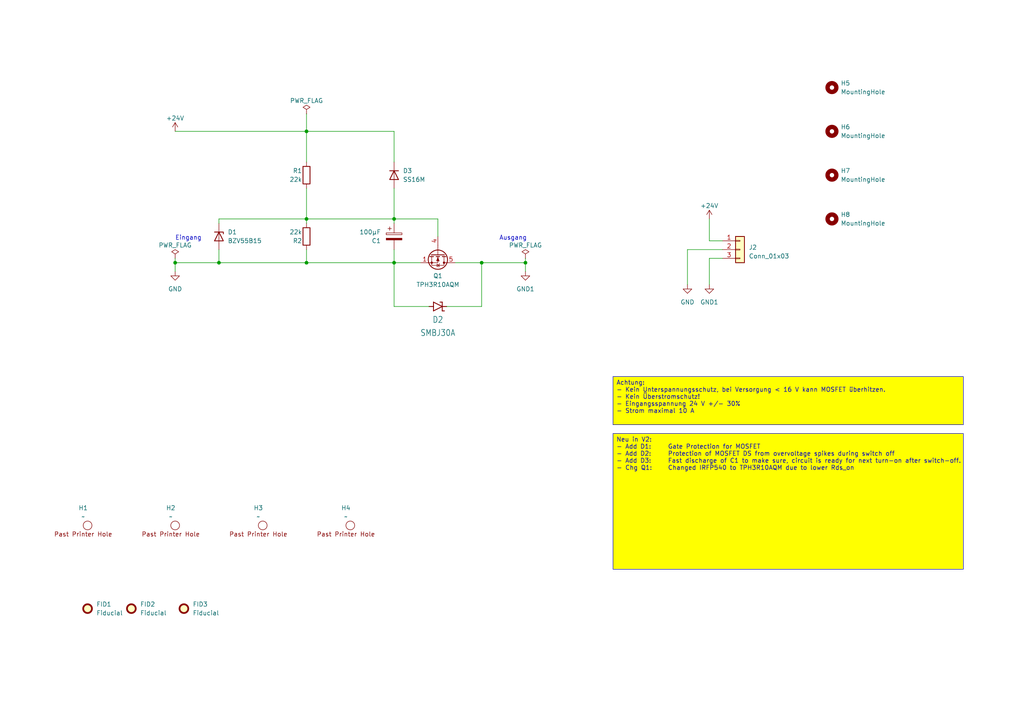
<source format=kicad_sch>
(kicad_sch
	(version 20231120)
	(generator "eeschema")
	(generator_version "8.0")
	(uuid "d4910336-60f7-438b-b4e4-b89297a89280")
	(paper "A4")
	(lib_symbols
		(symbol "Connector_Generic:Conn_01x03"
			(pin_names
				(offset 1.016) hide)
			(exclude_from_sim no)
			(in_bom yes)
			(on_board yes)
			(property "Reference" "J"
				(at 0 5.08 0)
				(effects
					(font
						(size 1.27 1.27)
					)
				)
			)
			(property "Value" "Conn_01x03"
				(at 0 -5.08 0)
				(effects
					(font
						(size 1.27 1.27)
					)
				)
			)
			(property "Footprint" ""
				(at 0 0 0)
				(effects
					(font
						(size 1.27 1.27)
					)
					(hide yes)
				)
			)
			(property "Datasheet" "~"
				(at 0 0 0)
				(effects
					(font
						(size 1.27 1.27)
					)
					(hide yes)
				)
			)
			(property "Description" "Generic connector, single row, 01x03, script generated (kicad-library-utils/schlib/autogen/connector/)"
				(at 0 0 0)
				(effects
					(font
						(size 1.27 1.27)
					)
					(hide yes)
				)
			)
			(property "ki_keywords" "connector"
				(at 0 0 0)
				(effects
					(font
						(size 1.27 1.27)
					)
					(hide yes)
				)
			)
			(property "ki_fp_filters" "Connector*:*_1x??_*"
				(at 0 0 0)
				(effects
					(font
						(size 1.27 1.27)
					)
					(hide yes)
				)
			)
			(symbol "Conn_01x03_1_1"
				(rectangle
					(start -1.27 -2.413)
					(end 0 -2.667)
					(stroke
						(width 0.1524)
						(type default)
					)
					(fill
						(type none)
					)
				)
				(rectangle
					(start -1.27 0.127)
					(end 0 -0.127)
					(stroke
						(width 0.1524)
						(type default)
					)
					(fill
						(type none)
					)
				)
				(rectangle
					(start -1.27 2.667)
					(end 0 2.413)
					(stroke
						(width 0.1524)
						(type default)
					)
					(fill
						(type none)
					)
				)
				(rectangle
					(start -1.27 3.81)
					(end 1.27 -3.81)
					(stroke
						(width 0.254)
						(type default)
					)
					(fill
						(type background)
					)
				)
				(pin passive line
					(at -5.08 2.54 0)
					(length 3.81)
					(name "Pin_1"
						(effects
							(font
								(size 1.27 1.27)
							)
						)
					)
					(number "1"
						(effects
							(font
								(size 1.27 1.27)
							)
						)
					)
				)
				(pin passive line
					(at -5.08 0 0)
					(length 3.81)
					(name "Pin_2"
						(effects
							(font
								(size 1.27 1.27)
							)
						)
					)
					(number "2"
						(effects
							(font
								(size 1.27 1.27)
							)
						)
					)
				)
				(pin passive line
					(at -5.08 -2.54 0)
					(length 3.81)
					(name "Pin_3"
						(effects
							(font
								(size 1.27 1.27)
							)
						)
					)
					(number "3"
						(effects
							(font
								(size 1.27 1.27)
							)
						)
					)
				)
			)
		)
		(symbol "Device:C_Polarized"
			(pin_numbers hide)
			(pin_names
				(offset 0.254)
			)
			(exclude_from_sim no)
			(in_bom yes)
			(on_board yes)
			(property "Reference" "C"
				(at 0.635 2.54 0)
				(effects
					(font
						(size 1.27 1.27)
					)
					(justify left)
				)
			)
			(property "Value" "C_Polarized"
				(at 0.635 -2.54 0)
				(effects
					(font
						(size 1.27 1.27)
					)
					(justify left)
				)
			)
			(property "Footprint" ""
				(at 0.9652 -3.81 0)
				(effects
					(font
						(size 1.27 1.27)
					)
					(hide yes)
				)
			)
			(property "Datasheet" "~"
				(at 0 0 0)
				(effects
					(font
						(size 1.27 1.27)
					)
					(hide yes)
				)
			)
			(property "Description" "Polarized capacitor"
				(at 0 0 0)
				(effects
					(font
						(size 1.27 1.27)
					)
					(hide yes)
				)
			)
			(property "ki_keywords" "cap capacitor"
				(at 0 0 0)
				(effects
					(font
						(size 1.27 1.27)
					)
					(hide yes)
				)
			)
			(property "ki_fp_filters" "CP_*"
				(at 0 0 0)
				(effects
					(font
						(size 1.27 1.27)
					)
					(hide yes)
				)
			)
			(symbol "C_Polarized_0_1"
				(rectangle
					(start -2.286 0.508)
					(end 2.286 1.016)
					(stroke
						(width 0)
						(type default)
					)
					(fill
						(type none)
					)
				)
				(polyline
					(pts
						(xy -1.778 2.286) (xy -0.762 2.286)
					)
					(stroke
						(width 0)
						(type default)
					)
					(fill
						(type none)
					)
				)
				(polyline
					(pts
						(xy -1.27 2.794) (xy -1.27 1.778)
					)
					(stroke
						(width 0)
						(type default)
					)
					(fill
						(type none)
					)
				)
				(rectangle
					(start 2.286 -0.508)
					(end -2.286 -1.016)
					(stroke
						(width 0)
						(type default)
					)
					(fill
						(type outline)
					)
				)
			)
			(symbol "C_Polarized_1_1"
				(pin passive line
					(at 0 3.81 270)
					(length 2.794)
					(name "~"
						(effects
							(font
								(size 1.27 1.27)
							)
						)
					)
					(number "1"
						(effects
							(font
								(size 1.27 1.27)
							)
						)
					)
				)
				(pin passive line
					(at 0 -3.81 90)
					(length 2.794)
					(name "~"
						(effects
							(font
								(size 1.27 1.27)
							)
						)
					)
					(number "2"
						(effects
							(font
								(size 1.27 1.27)
							)
						)
					)
				)
			)
		)
		(symbol "Device:D"
			(pin_numbers hide)
			(pin_names
				(offset 1.016) hide)
			(exclude_from_sim no)
			(in_bom yes)
			(on_board yes)
			(property "Reference" "D"
				(at 0 2.54 0)
				(effects
					(font
						(size 1.27 1.27)
					)
				)
			)
			(property "Value" "D"
				(at 0 -2.54 0)
				(effects
					(font
						(size 1.27 1.27)
					)
				)
			)
			(property "Footprint" ""
				(at 0 0 0)
				(effects
					(font
						(size 1.27 1.27)
					)
					(hide yes)
				)
			)
			(property "Datasheet" "~"
				(at 0 0 0)
				(effects
					(font
						(size 1.27 1.27)
					)
					(hide yes)
				)
			)
			(property "Description" "Diode"
				(at 0 0 0)
				(effects
					(font
						(size 1.27 1.27)
					)
					(hide yes)
				)
			)
			(property "Sim.Device" "D"
				(at 0 0 0)
				(effects
					(font
						(size 1.27 1.27)
					)
					(hide yes)
				)
			)
			(property "Sim.Pins" "1=K 2=A"
				(at 0 0 0)
				(effects
					(font
						(size 1.27 1.27)
					)
					(hide yes)
				)
			)
			(property "ki_keywords" "diode"
				(at 0 0 0)
				(effects
					(font
						(size 1.27 1.27)
					)
					(hide yes)
				)
			)
			(property "ki_fp_filters" "TO-???* *_Diode_* *SingleDiode* D_*"
				(at 0 0 0)
				(effects
					(font
						(size 1.27 1.27)
					)
					(hide yes)
				)
			)
			(symbol "D_0_1"
				(polyline
					(pts
						(xy -1.27 1.27) (xy -1.27 -1.27)
					)
					(stroke
						(width 0.254)
						(type default)
					)
					(fill
						(type none)
					)
				)
				(polyline
					(pts
						(xy 1.27 0) (xy -1.27 0)
					)
					(stroke
						(width 0)
						(type default)
					)
					(fill
						(type none)
					)
				)
				(polyline
					(pts
						(xy 1.27 1.27) (xy 1.27 -1.27) (xy -1.27 0) (xy 1.27 1.27)
					)
					(stroke
						(width 0.254)
						(type default)
					)
					(fill
						(type none)
					)
				)
			)
			(symbol "D_1_1"
				(pin passive line
					(at -3.81 0 0)
					(length 2.54)
					(name "K"
						(effects
							(font
								(size 1.27 1.27)
							)
						)
					)
					(number "1"
						(effects
							(font
								(size 1.27 1.27)
							)
						)
					)
				)
				(pin passive line
					(at 3.81 0 180)
					(length 2.54)
					(name "A"
						(effects
							(font
								(size 1.27 1.27)
							)
						)
					)
					(number "2"
						(effects
							(font
								(size 1.27 1.27)
							)
						)
					)
				)
			)
		)
		(symbol "Device:R"
			(pin_numbers hide)
			(pin_names
				(offset 0)
			)
			(exclude_from_sim no)
			(in_bom yes)
			(on_board yes)
			(property "Reference" "R"
				(at 2.032 0 90)
				(effects
					(font
						(size 1.27 1.27)
					)
				)
			)
			(property "Value" "R"
				(at 0 0 90)
				(effects
					(font
						(size 1.27 1.27)
					)
				)
			)
			(property "Footprint" ""
				(at -1.778 0 90)
				(effects
					(font
						(size 1.27 1.27)
					)
					(hide yes)
				)
			)
			(property "Datasheet" "~"
				(at 0 0 0)
				(effects
					(font
						(size 1.27 1.27)
					)
					(hide yes)
				)
			)
			(property "Description" "Resistor"
				(at 0 0 0)
				(effects
					(font
						(size 1.27 1.27)
					)
					(hide yes)
				)
			)
			(property "ki_keywords" "R res resistor"
				(at 0 0 0)
				(effects
					(font
						(size 1.27 1.27)
					)
					(hide yes)
				)
			)
			(property "ki_fp_filters" "R_*"
				(at 0 0 0)
				(effects
					(font
						(size 1.27 1.27)
					)
					(hide yes)
				)
			)
			(symbol "R_0_1"
				(rectangle
					(start -1.016 -2.54)
					(end 1.016 2.54)
					(stroke
						(width 0.254)
						(type default)
					)
					(fill
						(type none)
					)
				)
			)
			(symbol "R_1_1"
				(pin passive line
					(at 0 3.81 270)
					(length 1.27)
					(name "~"
						(effects
							(font
								(size 1.27 1.27)
							)
						)
					)
					(number "1"
						(effects
							(font
								(size 1.27 1.27)
							)
						)
					)
				)
				(pin passive line
					(at 0 -3.81 90)
					(length 1.27)
					(name "~"
						(effects
							(font
								(size 1.27 1.27)
							)
						)
					)
					(number "2"
						(effects
							(font
								(size 1.27 1.27)
							)
						)
					)
				)
			)
		)
		(symbol "Diode:BZV55B15"
			(pin_numbers hide)
			(pin_names hide)
			(exclude_from_sim no)
			(in_bom yes)
			(on_board yes)
			(property "Reference" "D"
				(at 0 2.54 0)
				(effects
					(font
						(size 1.27 1.27)
					)
				)
			)
			(property "Value" "BZV55B15"
				(at 0 -2.54 0)
				(effects
					(font
						(size 1.27 1.27)
					)
				)
			)
			(property "Footprint" "Diode_SMD:D_MiniMELF"
				(at 0 -4.445 0)
				(effects
					(font
						(size 1.27 1.27)
					)
					(hide yes)
				)
			)
			(property "Datasheet" "https://assets.nexperia.com/documents/data-sheet/BZV55_SER.pdf"
				(at 0 0 0)
				(effects
					(font
						(size 1.27 1.27)
					)
					(hide yes)
				)
			)
			(property "Description" "15V, 500mW, 2%, Zener diode, MiniMELF"
				(at 0 0 0)
				(effects
					(font
						(size 1.27 1.27)
					)
					(hide yes)
				)
			)
			(property "ki_keywords" "zener diode"
				(at 0 0 0)
				(effects
					(font
						(size 1.27 1.27)
					)
					(hide yes)
				)
			)
			(property "ki_fp_filters" "D*MiniMELF*"
				(at 0 0 0)
				(effects
					(font
						(size 1.27 1.27)
					)
					(hide yes)
				)
			)
			(symbol "BZV55B15_0_1"
				(polyline
					(pts
						(xy 1.27 0) (xy -1.27 0)
					)
					(stroke
						(width 0)
						(type default)
					)
					(fill
						(type none)
					)
				)
				(polyline
					(pts
						(xy -1.27 -1.27) (xy -1.27 1.27) (xy -0.762 1.27)
					)
					(stroke
						(width 0.254)
						(type default)
					)
					(fill
						(type none)
					)
				)
				(polyline
					(pts
						(xy 1.27 -1.27) (xy 1.27 1.27) (xy -1.27 0) (xy 1.27 -1.27)
					)
					(stroke
						(width 0.254)
						(type default)
					)
					(fill
						(type none)
					)
				)
			)
			(symbol "BZV55B15_1_1"
				(pin passive line
					(at -3.81 0 0)
					(length 2.54)
					(name "K"
						(effects
							(font
								(size 1.27 1.27)
							)
						)
					)
					(number "1"
						(effects
							(font
								(size 1.27 1.27)
							)
						)
					)
				)
				(pin passive line
					(at 3.81 0 180)
					(length 2.54)
					(name "A"
						(effects
							(font
								(size 1.27 1.27)
							)
						)
					)
					(number "2"
						(effects
							(font
								(size 1.27 1.27)
							)
						)
					)
				)
			)
		)
		(symbol "Mechanical:Fiducial"
			(exclude_from_sim no)
			(in_bom yes)
			(on_board yes)
			(property "Reference" "FID"
				(at 0 5.08 0)
				(effects
					(font
						(size 1.27 1.27)
					)
				)
			)
			(property "Value" "Fiducial"
				(at 0 3.175 0)
				(effects
					(font
						(size 1.27 1.27)
					)
				)
			)
			(property "Footprint" ""
				(at 0 0 0)
				(effects
					(font
						(size 1.27 1.27)
					)
					(hide yes)
				)
			)
			(property "Datasheet" "~"
				(at 0 0 0)
				(effects
					(font
						(size 1.27 1.27)
					)
					(hide yes)
				)
			)
			(property "Description" "Fiducial Marker"
				(at 0 0 0)
				(effects
					(font
						(size 1.27 1.27)
					)
					(hide yes)
				)
			)
			(property "ki_keywords" "fiducial marker"
				(at 0 0 0)
				(effects
					(font
						(size 1.27 1.27)
					)
					(hide yes)
				)
			)
			(property "ki_fp_filters" "Fiducial*"
				(at 0 0 0)
				(effects
					(font
						(size 1.27 1.27)
					)
					(hide yes)
				)
			)
			(symbol "Fiducial_0_1"
				(circle
					(center 0 0)
					(radius 1.27)
					(stroke
						(width 0.508)
						(type default)
					)
					(fill
						(type background)
					)
				)
			)
		)
		(symbol "Mechanical:MountingHole"
			(pin_names
				(offset 1.016)
			)
			(exclude_from_sim yes)
			(in_bom no)
			(on_board yes)
			(property "Reference" "H"
				(at 0 5.08 0)
				(effects
					(font
						(size 1.27 1.27)
					)
				)
			)
			(property "Value" "MountingHole"
				(at 0 3.175 0)
				(effects
					(font
						(size 1.27 1.27)
					)
				)
			)
			(property "Footprint" ""
				(at 0 0 0)
				(effects
					(font
						(size 1.27 1.27)
					)
					(hide yes)
				)
			)
			(property "Datasheet" "~"
				(at 0 0 0)
				(effects
					(font
						(size 1.27 1.27)
					)
					(hide yes)
				)
			)
			(property "Description" "Mounting Hole without connection"
				(at 0 0 0)
				(effects
					(font
						(size 1.27 1.27)
					)
					(hide yes)
				)
			)
			(property "ki_keywords" "mounting hole"
				(at 0 0 0)
				(effects
					(font
						(size 1.27 1.27)
					)
					(hide yes)
				)
			)
			(property "ki_fp_filters" "MountingHole*"
				(at 0 0 0)
				(effects
					(font
						(size 1.27 1.27)
					)
					(hide yes)
				)
			)
			(symbol "MountingHole_0_1"
				(circle
					(center 0 0)
					(radius 1.27)
					(stroke
						(width 1.27)
						(type default)
					)
					(fill
						(type none)
					)
				)
			)
		)
		(symbol "Transistor_FET:SiR696DP"
			(pin_names hide)
			(exclude_from_sim no)
			(in_bom yes)
			(on_board yes)
			(property "Reference" "Q"
				(at 5.08 1.905 0)
				(effects
					(font
						(size 1.27 1.27)
					)
					(justify left)
				)
			)
			(property "Value" "SiR696DP"
				(at 5.08 0 0)
				(effects
					(font
						(size 1.27 1.27)
					)
					(justify left)
				)
			)
			(property "Footprint" "Package_SO:PowerPAK_SO-8_Single"
				(at 5.08 -1.905 0)
				(effects
					(font
						(size 1.27 1.27)
						(italic yes)
					)
					(justify left)
					(hide yes)
				)
			)
			(property "Datasheet" "https://www.vishay.com/docs/65689/sir696dp.pdf"
				(at 5.08 -3.81 0)
				(effects
					(font
						(size 1.27 1.27)
					)
					(justify left)
					(hide yes)
				)
			)
			(property "Description" "60A Id, 125V Vds N-Channel MOSFET, 9.6mOhm Ron, 19.4 nC Qg(typ), PowerPAK-8"
				(at 0 0 0)
				(effects
					(font
						(size 1.27 1.27)
					)
					(hide yes)
				)
			)
			(property "ki_keywords" "NMOS NFET Vishay"
				(at 0 0 0)
				(effects
					(font
						(size 1.27 1.27)
					)
					(hide yes)
				)
			)
			(property "ki_fp_filters" "PowerPAK*SO*Single*"
				(at 0 0 0)
				(effects
					(font
						(size 1.27 1.27)
					)
					(hide yes)
				)
			)
			(symbol "SiR696DP_0_1"
				(polyline
					(pts
						(xy 0.254 0) (xy -2.54 0)
					)
					(stroke
						(width 0)
						(type default)
					)
					(fill
						(type none)
					)
				)
				(polyline
					(pts
						(xy 0.254 1.905) (xy 0.254 -1.905)
					)
					(stroke
						(width 0.254)
						(type default)
					)
					(fill
						(type none)
					)
				)
				(polyline
					(pts
						(xy 0.762 -1.27) (xy 0.762 -2.286)
					)
					(stroke
						(width 0.254)
						(type default)
					)
					(fill
						(type none)
					)
				)
				(polyline
					(pts
						(xy 0.762 0.508) (xy 0.762 -0.508)
					)
					(stroke
						(width 0.254)
						(type default)
					)
					(fill
						(type none)
					)
				)
				(polyline
					(pts
						(xy 0.762 2.286) (xy 0.762 1.27)
					)
					(stroke
						(width 0.254)
						(type default)
					)
					(fill
						(type none)
					)
				)
				(polyline
					(pts
						(xy 2.54 2.54) (xy 2.54 1.778)
					)
					(stroke
						(width 0)
						(type default)
					)
					(fill
						(type none)
					)
				)
				(polyline
					(pts
						(xy 2.54 -2.54) (xy 2.54 0) (xy 0.762 0)
					)
					(stroke
						(width 0)
						(type default)
					)
					(fill
						(type none)
					)
				)
				(polyline
					(pts
						(xy 0.762 -1.778) (xy 3.302 -1.778) (xy 3.302 1.778) (xy 0.762 1.778)
					)
					(stroke
						(width 0)
						(type default)
					)
					(fill
						(type none)
					)
				)
				(polyline
					(pts
						(xy 1.016 0) (xy 2.032 0.381) (xy 2.032 -0.381) (xy 1.016 0)
					)
					(stroke
						(width 0)
						(type default)
					)
					(fill
						(type outline)
					)
				)
				(polyline
					(pts
						(xy 2.794 0.508) (xy 2.921 0.381) (xy 3.683 0.381) (xy 3.81 0.254)
					)
					(stroke
						(width 0)
						(type default)
					)
					(fill
						(type none)
					)
				)
				(polyline
					(pts
						(xy 3.302 0.381) (xy 2.921 -0.254) (xy 3.683 -0.254) (xy 3.302 0.381)
					)
					(stroke
						(width 0)
						(type default)
					)
					(fill
						(type none)
					)
				)
				(circle
					(center 1.651 0)
					(radius 2.794)
					(stroke
						(width 0.254)
						(type default)
					)
					(fill
						(type none)
					)
				)
				(circle
					(center 2.54 -1.778)
					(radius 0.254)
					(stroke
						(width 0)
						(type default)
					)
					(fill
						(type outline)
					)
				)
				(circle
					(center 2.54 1.778)
					(radius 0.254)
					(stroke
						(width 0)
						(type default)
					)
					(fill
						(type outline)
					)
				)
			)
			(symbol "SiR696DP_1_1"
				(pin passive line
					(at 2.54 -5.08 90)
					(length 2.54)
					(name "S"
						(effects
							(font
								(size 1.27 1.27)
							)
						)
					)
					(number "1"
						(effects
							(font
								(size 1.27 1.27)
							)
						)
					)
				)
				(pin passive line
					(at 2.54 -5.08 90)
					(length 2.54) hide
					(name "S"
						(effects
							(font
								(size 1.27 1.27)
							)
						)
					)
					(number "2"
						(effects
							(font
								(size 1.27 1.27)
							)
						)
					)
				)
				(pin passive line
					(at 2.54 -5.08 90)
					(length 2.54) hide
					(name "S"
						(effects
							(font
								(size 1.27 1.27)
							)
						)
					)
					(number "3"
						(effects
							(font
								(size 1.27 1.27)
							)
						)
					)
				)
				(pin input line
					(at -5.08 0 0)
					(length 2.54)
					(name "G"
						(effects
							(font
								(size 1.27 1.27)
							)
						)
					)
					(number "4"
						(effects
							(font
								(size 1.27 1.27)
							)
						)
					)
				)
				(pin passive line
					(at 2.54 5.08 270)
					(length 2.54)
					(name "D"
						(effects
							(font
								(size 1.27 1.27)
							)
						)
					)
					(number "5"
						(effects
							(font
								(size 1.27 1.27)
							)
						)
					)
				)
			)
		)
		(symbol "myGreenMeterLibInport:DIODE_SUPPRESSOR-SMBJ"
			(exclude_from_sim no)
			(in_bom yes)
			(on_board yes)
			(property "Reference" "D"
				(at 2.794 1.905 0)
				(effects
					(font
						(size 1.778 1.5113)
					)
					(justify left bottom)
				)
			)
			(property "Value" ""
				(at 2.794 -0.889 0)
				(effects
					(font
						(size 1.778 1.5113)
					)
					(justify left bottom)
				)
			)
			(property "Footprint" "greenMeter_v3:DIODE_SMBJ"
				(at 0 0 0)
				(effects
					(font
						(size 1.27 1.27)
					)
					(hide yes)
				)
			)
			(property "Datasheet" ""
				(at 0 0 0)
				(effects
					(font
						(size 1.27 1.27)
					)
					(hide yes)
				)
			)
			(property "Description" "Suppressor diode"
				(at 0 0 0)
				(effects
					(font
						(size 1.27 1.27)
					)
					(hide yes)
				)
			)
			(property "ki_locked" ""
				(at 0 0 0)
				(effects
					(font
						(size 1.27 1.27)
					)
				)
			)
			(symbol "DIODE_SUPPRESSOR-SMBJ_1_0"
				(polyline
					(pts
						(xy -1.27 -1.27) (xy 0 -1.27)
					)
					(stroke
						(width 0.254)
						(type solid)
					)
					(fill
						(type none)
					)
				)
				(polyline
					(pts
						(xy -1.27 1.27) (xy -1.27 0.635)
					)
					(stroke
						(width 0.254)
						(type solid)
					)
					(fill
						(type none)
					)
				)
				(polyline
					(pts
						(xy 0 -2.54) (xy 0 -1.27)
					)
					(stroke
						(width 0.254)
						(type solid)
					)
					(fill
						(type none)
					)
				)
				(polyline
					(pts
						(xy 0 -1.27) (xy 1.27 -1.27)
					)
					(stroke
						(width 0.254)
						(type solid)
					)
					(fill
						(type none)
					)
				)
				(polyline
					(pts
						(xy 0 1.27) (xy -1.27 -1.27)
					)
					(stroke
						(width 0.254)
						(type solid)
					)
					(fill
						(type none)
					)
				)
				(polyline
					(pts
						(xy 0 1.27) (xy -1.27 1.27)
					)
					(stroke
						(width 0.254)
						(type solid)
					)
					(fill
						(type none)
					)
				)
				(polyline
					(pts
						(xy 0 2.54) (xy 0 1.27)
					)
					(stroke
						(width 0.254)
						(type solid)
					)
					(fill
						(type none)
					)
				)
				(polyline
					(pts
						(xy 1.27 -1.27) (xy 0 1.27)
					)
					(stroke
						(width 0.254)
						(type solid)
					)
					(fill
						(type none)
					)
				)
				(polyline
					(pts
						(xy 1.27 1.27) (xy 0 1.27)
					)
					(stroke
						(width 0.254)
						(type solid)
					)
					(fill
						(type none)
					)
				)
				(polyline
					(pts
						(xy 1.27 1.905) (xy 1.27 1.27)
					)
					(stroke
						(width 0.254)
						(type solid)
					)
					(fill
						(type none)
					)
				)
				(pin passive line
					(at 0 -2.54 90)
					(length 0)
					(name "A"
						(effects
							(font
								(size 0 0)
							)
						)
					)
					(number "A"
						(effects
							(font
								(size 0 0)
							)
						)
					)
				)
				(pin passive line
					(at 0 2.54 270)
					(length 0)
					(name "C"
						(effects
							(font
								(size 0 0)
							)
						)
					)
					(number "C"
						(effects
							(font
								(size 0 0)
							)
						)
					)
				)
			)
		)
		(symbol "myMounting:mounting_past_printer"
			(exclude_from_sim no)
			(in_bom no)
			(on_board yes)
			(property "Reference" "H"
				(at 0 0 0)
				(effects
					(font
						(size 1.27 1.27)
					)
				)
			)
			(property "Value" ""
				(at 0 0 0)
				(effects
					(font
						(size 1.27 1.27)
					)
				)
			)
			(property "Footprint" "myHoles:printer_mounting_holes_1mm"
				(at 0 0 0)
				(effects
					(font
						(size 1.27 1.27)
					)
					(hide yes)
				)
			)
			(property "Datasheet" ""
				(at 0 0 0)
				(effects
					(font
						(size 1.27 1.27)
					)
					(hide yes)
				)
			)
			(property "Description" ""
				(at 0 0 0)
				(effects
					(font
						(size 1.27 1.27)
					)
					(hide yes)
				)
			)
			(symbol "mounting_past_printer_0_1"
				(circle
					(center 0 0)
					(radius 1.27)
					(stroke
						(width 0)
						(type default)
					)
					(fill
						(type none)
					)
				)
			)
			(symbol "mounting_past_printer_1_1"
				(text "Past Printer Hole\n"
					(at -1.27 -2.54 0)
					(effects
						(font
							(size 1.27 1.27)
						)
					)
				)
			)
		)
		(symbol "power:+24V"
			(power)
			(pin_names
				(offset 0)
			)
			(exclude_from_sim no)
			(in_bom yes)
			(on_board yes)
			(property "Reference" "#PWR"
				(at 0 -3.81 0)
				(effects
					(font
						(size 1.27 1.27)
					)
					(hide yes)
				)
			)
			(property "Value" "+24V"
				(at 0 3.556 0)
				(effects
					(font
						(size 1.27 1.27)
					)
				)
			)
			(property "Footprint" ""
				(at 0 0 0)
				(effects
					(font
						(size 1.27 1.27)
					)
					(hide yes)
				)
			)
			(property "Datasheet" ""
				(at 0 0 0)
				(effects
					(font
						(size 1.27 1.27)
					)
					(hide yes)
				)
			)
			(property "Description" "Power symbol creates a global label with name \"+24V\""
				(at 0 0 0)
				(effects
					(font
						(size 1.27 1.27)
					)
					(hide yes)
				)
			)
			(property "ki_keywords" "global power"
				(at 0 0 0)
				(effects
					(font
						(size 1.27 1.27)
					)
					(hide yes)
				)
			)
			(symbol "+24V_0_1"
				(polyline
					(pts
						(xy -0.762 1.27) (xy 0 2.54)
					)
					(stroke
						(width 0)
						(type default)
					)
					(fill
						(type none)
					)
				)
				(polyline
					(pts
						(xy 0 0) (xy 0 2.54)
					)
					(stroke
						(width 0)
						(type default)
					)
					(fill
						(type none)
					)
				)
				(polyline
					(pts
						(xy 0 2.54) (xy 0.762 1.27)
					)
					(stroke
						(width 0)
						(type default)
					)
					(fill
						(type none)
					)
				)
			)
			(symbol "+24V_1_1"
				(pin power_in line
					(at 0 0 90)
					(length 0) hide
					(name "+24V"
						(effects
							(font
								(size 1.27 1.27)
							)
						)
					)
					(number "1"
						(effects
							(font
								(size 1.27 1.27)
							)
						)
					)
				)
			)
		)
		(symbol "power:GND"
			(power)
			(pin_names
				(offset 0)
			)
			(exclude_from_sim no)
			(in_bom yes)
			(on_board yes)
			(property "Reference" "#PWR"
				(at 0 -6.35 0)
				(effects
					(font
						(size 1.27 1.27)
					)
					(hide yes)
				)
			)
			(property "Value" "GND"
				(at 0 -3.81 0)
				(effects
					(font
						(size 1.27 1.27)
					)
				)
			)
			(property "Footprint" ""
				(at 0 0 0)
				(effects
					(font
						(size 1.27 1.27)
					)
					(hide yes)
				)
			)
			(property "Datasheet" ""
				(at 0 0 0)
				(effects
					(font
						(size 1.27 1.27)
					)
					(hide yes)
				)
			)
			(property "Description" "Power symbol creates a global label with name \"GND\" , ground"
				(at 0 0 0)
				(effects
					(font
						(size 1.27 1.27)
					)
					(hide yes)
				)
			)
			(property "ki_keywords" "global power"
				(at 0 0 0)
				(effects
					(font
						(size 1.27 1.27)
					)
					(hide yes)
				)
			)
			(symbol "GND_0_1"
				(polyline
					(pts
						(xy 0 0) (xy 0 -1.27) (xy 1.27 -1.27) (xy 0 -2.54) (xy -1.27 -1.27) (xy 0 -1.27)
					)
					(stroke
						(width 0)
						(type default)
					)
					(fill
						(type none)
					)
				)
			)
			(symbol "GND_1_1"
				(pin power_in line
					(at 0 0 270)
					(length 0) hide
					(name "GND"
						(effects
							(font
								(size 1.27 1.27)
							)
						)
					)
					(number "1"
						(effects
							(font
								(size 1.27 1.27)
							)
						)
					)
				)
			)
		)
		(symbol "power:GND1"
			(power)
			(pin_names
				(offset 0)
			)
			(exclude_from_sim no)
			(in_bom yes)
			(on_board yes)
			(property "Reference" "#PWR"
				(at 0 -6.35 0)
				(effects
					(font
						(size 1.27 1.27)
					)
					(hide yes)
				)
			)
			(property "Value" "GND1"
				(at 0 -3.81 0)
				(effects
					(font
						(size 1.27 1.27)
					)
				)
			)
			(property "Footprint" ""
				(at 0 0 0)
				(effects
					(font
						(size 1.27 1.27)
					)
					(hide yes)
				)
			)
			(property "Datasheet" ""
				(at 0 0 0)
				(effects
					(font
						(size 1.27 1.27)
					)
					(hide yes)
				)
			)
			(property "Description" "Power symbol creates a global label with name \"GND1\" , ground"
				(at 0 0 0)
				(effects
					(font
						(size 1.27 1.27)
					)
					(hide yes)
				)
			)
			(property "ki_keywords" "global power"
				(at 0 0 0)
				(effects
					(font
						(size 1.27 1.27)
					)
					(hide yes)
				)
			)
			(symbol "GND1_0_1"
				(polyline
					(pts
						(xy 0 0) (xy 0 -1.27) (xy 1.27 -1.27) (xy 0 -2.54) (xy -1.27 -1.27) (xy 0 -1.27)
					)
					(stroke
						(width 0)
						(type default)
					)
					(fill
						(type none)
					)
				)
			)
			(symbol "GND1_1_1"
				(pin power_in line
					(at 0 0 270)
					(length 0) hide
					(name "GND1"
						(effects
							(font
								(size 1.27 1.27)
							)
						)
					)
					(number "1"
						(effects
							(font
								(size 1.27 1.27)
							)
						)
					)
				)
			)
		)
		(symbol "power:PWR_FLAG"
			(power)
			(pin_numbers hide)
			(pin_names
				(offset 0) hide)
			(exclude_from_sim no)
			(in_bom yes)
			(on_board yes)
			(property "Reference" "#FLG"
				(at 0 1.905 0)
				(effects
					(font
						(size 1.27 1.27)
					)
					(hide yes)
				)
			)
			(property "Value" "PWR_FLAG"
				(at 0 3.81 0)
				(effects
					(font
						(size 1.27 1.27)
					)
				)
			)
			(property "Footprint" ""
				(at 0 0 0)
				(effects
					(font
						(size 1.27 1.27)
					)
					(hide yes)
				)
			)
			(property "Datasheet" "~"
				(at 0 0 0)
				(effects
					(font
						(size 1.27 1.27)
					)
					(hide yes)
				)
			)
			(property "Description" "Special symbol for telling ERC where power comes from"
				(at 0 0 0)
				(effects
					(font
						(size 1.27 1.27)
					)
					(hide yes)
				)
			)
			(property "ki_keywords" "flag power"
				(at 0 0 0)
				(effects
					(font
						(size 1.27 1.27)
					)
					(hide yes)
				)
			)
			(symbol "PWR_FLAG_0_0"
				(pin power_out line
					(at 0 0 90)
					(length 0)
					(name "pwr"
						(effects
							(font
								(size 1.27 1.27)
							)
						)
					)
					(number "1"
						(effects
							(font
								(size 1.27 1.27)
							)
						)
					)
				)
			)
			(symbol "PWR_FLAG_0_1"
				(polyline
					(pts
						(xy 0 0) (xy 0 1.27) (xy -1.016 1.905) (xy 0 2.54) (xy 1.016 1.905) (xy 0 1.27)
					)
					(stroke
						(width 0)
						(type default)
					)
					(fill
						(type none)
					)
				)
			)
		)
	)
	(junction
		(at 88.9 38.1)
		(diameter 0)
		(color 0 0 0 0)
		(uuid "0cacd324-1b3b-453f-a633-1c6cec7a0a20")
	)
	(junction
		(at 114.3 63.5)
		(diameter 0)
		(color 0 0 0 0)
		(uuid "10de7764-65bf-4ab6-92ee-1d0ba8ecd3a2")
	)
	(junction
		(at 88.9 76.2)
		(diameter 0)
		(color 0 0 0 0)
		(uuid "3927bf7d-3da2-44a1-906e-894574f7f41c")
	)
	(junction
		(at 152.4 76.2)
		(diameter 0)
		(color 0 0 0 0)
		(uuid "6e96b056-972e-47dd-a524-9b1d97f11436")
	)
	(junction
		(at 50.8 76.2)
		(diameter 0)
		(color 0 0 0 0)
		(uuid "aeff1e2b-9497-45b7-95e6-32a8ab68a49f")
	)
	(junction
		(at 63.5 76.2)
		(diameter 0)
		(color 0 0 0 0)
		(uuid "b0338150-505f-4894-8276-4628bc0342f3")
	)
	(junction
		(at 88.9 63.5)
		(diameter 0)
		(color 0 0 0 0)
		(uuid "ba030198-6523-4e45-96f0-4b752251e606")
	)
	(junction
		(at 139.7 76.2)
		(diameter 0)
		(color 0 0 0 0)
		(uuid "c811f16a-ae4e-4177-b3e5-049a098f13a8")
	)
	(junction
		(at 114.3 76.2)
		(diameter 0)
		(color 0 0 0 0)
		(uuid "d8536c82-7b1a-4125-b88b-a4250118c4f7")
	)
	(wire
		(pts
			(xy 63.5 63.5) (xy 88.9 63.5)
		)
		(stroke
			(width 0)
			(type default)
		)
		(uuid "055c81aa-2e82-4019-96ea-0d0fa75ccd98")
	)
	(wire
		(pts
			(xy 88.9 33.02) (xy 88.9 38.1)
		)
		(stroke
			(width 0)
			(type default)
		)
		(uuid "127b20b2-a81b-4568-84cf-27be0950b179")
	)
	(wire
		(pts
			(xy 50.8 76.2) (xy 63.5 76.2)
		)
		(stroke
			(width 0)
			(type default)
		)
		(uuid "15b7dedf-9193-42e8-ab08-f4c825ef3b14")
	)
	(wire
		(pts
			(xy 139.7 76.2) (xy 139.7 88.9)
		)
		(stroke
			(width 0)
			(type default)
		)
		(uuid "1b5733e2-c52c-46b5-a7ff-49b357756e96")
	)
	(wire
		(pts
			(xy 152.4 74.93) (xy 152.4 76.2)
		)
		(stroke
			(width 0)
			(type default)
		)
		(uuid "253d7cc0-7a02-4599-bc67-bec1b20e28fe")
	)
	(wire
		(pts
			(xy 127 63.5) (xy 127 68.58)
		)
		(stroke
			(width 0)
			(type default)
		)
		(uuid "2a0f1c88-dd64-43ee-9a01-285e850cc70e")
	)
	(wire
		(pts
			(xy 205.74 69.85) (xy 209.55 69.85)
		)
		(stroke
			(width 0)
			(type default)
		)
		(uuid "2a36d05e-9729-4817-9767-af4b63f3e769")
	)
	(wire
		(pts
			(xy 205.74 74.93) (xy 205.74 82.55)
		)
		(stroke
			(width 0)
			(type default)
		)
		(uuid "38998cbd-caf5-4c0f-ab4b-73ec06ca233d")
	)
	(wire
		(pts
			(xy 88.9 38.1) (xy 114.3 38.1)
		)
		(stroke
			(width 0)
			(type default)
		)
		(uuid "399f5164-6e65-4af8-ba0d-db7c9f9599b4")
	)
	(wire
		(pts
			(xy 88.9 38.1) (xy 50.8 38.1)
		)
		(stroke
			(width 0)
			(type default)
		)
		(uuid "3b2b176c-3813-448b-a7f5-8dc9dfef7b92")
	)
	(wire
		(pts
			(xy 88.9 54.61) (xy 88.9 63.5)
		)
		(stroke
			(width 0)
			(type default)
		)
		(uuid "3e2b43c5-e9bb-49f1-8364-0756189ad1f5")
	)
	(wire
		(pts
			(xy 88.9 72.39) (xy 88.9 76.2)
		)
		(stroke
			(width 0)
			(type default)
		)
		(uuid "427f8384-838f-4420-8efe-07ab42418984")
	)
	(wire
		(pts
			(xy 114.3 63.5) (xy 114.3 64.77)
		)
		(stroke
			(width 0)
			(type default)
		)
		(uuid "6132f218-6f34-4b22-906b-5be36f03c721")
	)
	(wire
		(pts
			(xy 63.5 64.77) (xy 63.5 63.5)
		)
		(stroke
			(width 0)
			(type default)
		)
		(uuid "742bc4dd-067e-4ee9-b5ac-6a7fd9f0c0d1")
	)
	(wire
		(pts
			(xy 205.74 74.93) (xy 209.55 74.93)
		)
		(stroke
			(width 0)
			(type default)
		)
		(uuid "77c6e12f-b96e-4dce-bcda-fe07b5b767c9")
	)
	(wire
		(pts
			(xy 88.9 76.2) (xy 114.3 76.2)
		)
		(stroke
			(width 0)
			(type default)
		)
		(uuid "7bd47814-4f70-4262-8506-0485f1a45e08")
	)
	(wire
		(pts
			(xy 114.3 76.2) (xy 114.3 88.9)
		)
		(stroke
			(width 0)
			(type default)
		)
		(uuid "86c81d26-aeae-4809-9804-a543796a21c2")
	)
	(wire
		(pts
			(xy 114.3 76.2) (xy 121.92 76.2)
		)
		(stroke
			(width 0)
			(type default)
		)
		(uuid "88c9ad31-915c-47cd-91e9-bc522111544a")
	)
	(wire
		(pts
			(xy 88.9 63.5) (xy 88.9 64.77)
		)
		(stroke
			(width 0)
			(type default)
		)
		(uuid "9183d80f-07eb-4b02-9801-5a5e1b0ad8cd")
	)
	(wire
		(pts
			(xy 88.9 63.5) (xy 114.3 63.5)
		)
		(stroke
			(width 0)
			(type default)
		)
		(uuid "aa7f7254-7db1-477b-a9fe-a1fcae8fdb7d")
	)
	(wire
		(pts
			(xy 50.8 74.93) (xy 50.8 76.2)
		)
		(stroke
			(width 0)
			(type default)
		)
		(uuid "b56c00fb-e33b-4556-ae8c-f070d131e43d")
	)
	(wire
		(pts
			(xy 88.9 46.99) (xy 88.9 38.1)
		)
		(stroke
			(width 0)
			(type default)
		)
		(uuid "bb049fe7-618f-415a-ab12-1e688a3d89b7")
	)
	(wire
		(pts
			(xy 63.5 76.2) (xy 88.9 76.2)
		)
		(stroke
			(width 0)
			(type default)
		)
		(uuid "bb38f9ef-618a-43af-987a-479478749409")
	)
	(wire
		(pts
			(xy 132.08 76.2) (xy 139.7 76.2)
		)
		(stroke
			(width 0)
			(type default)
		)
		(uuid "c0f651f8-b7b9-4441-bdb3-44d13bdc16ef")
	)
	(wire
		(pts
			(xy 63.5 72.39) (xy 63.5 76.2)
		)
		(stroke
			(width 0)
			(type default)
		)
		(uuid "c250d191-dd47-4bcc-9fa3-1f571d69e095")
	)
	(wire
		(pts
			(xy 50.8 78.74) (xy 50.8 76.2)
		)
		(stroke
			(width 0)
			(type default)
		)
		(uuid "c9dc8473-9155-485f-b89a-c1fa2803f445")
	)
	(wire
		(pts
			(xy 114.3 63.5) (xy 127 63.5)
		)
		(stroke
			(width 0)
			(type default)
		)
		(uuid "cd2d1aac-66e4-4658-8000-008942d4e05c")
	)
	(wire
		(pts
			(xy 114.3 54.61) (xy 114.3 63.5)
		)
		(stroke
			(width 0)
			(type default)
		)
		(uuid "d0a5418c-fd5b-4ec1-8edc-0512ee71fb20")
	)
	(wire
		(pts
			(xy 209.55 72.39) (xy 199.39 72.39)
		)
		(stroke
			(width 0)
			(type default)
		)
		(uuid "e5afc2a9-f972-4a05-8876-95d41138f18e")
	)
	(wire
		(pts
			(xy 114.3 38.1) (xy 114.3 46.99)
		)
		(stroke
			(width 0)
			(type default)
		)
		(uuid "e72bf780-6ce3-4ed2-a3ff-7cfad6876d22")
	)
	(wire
		(pts
			(xy 114.3 88.9) (xy 124.46 88.9)
		)
		(stroke
			(width 0)
			(type default)
		)
		(uuid "e8eabeaf-31e6-4f2f-8d83-3a7e68815fca")
	)
	(wire
		(pts
			(xy 139.7 76.2) (xy 152.4 76.2)
		)
		(stroke
			(width 0)
			(type default)
		)
		(uuid "ec8a26d7-1040-4888-9539-0cee38f1a238")
	)
	(wire
		(pts
			(xy 205.74 63.5) (xy 205.74 69.85)
		)
		(stroke
			(width 0)
			(type default)
		)
		(uuid "f57cc5fa-e1cf-4ebc-bb75-f581a2d57eae")
	)
	(wire
		(pts
			(xy 114.3 72.39) (xy 114.3 76.2)
		)
		(stroke
			(width 0)
			(type default)
		)
		(uuid "f746af93-efde-4bd6-a48b-91be8542f7e6")
	)
	(wire
		(pts
			(xy 152.4 76.2) (xy 152.4 78.74)
		)
		(stroke
			(width 0)
			(type default)
		)
		(uuid "f79974c0-b6e2-47e4-9e30-7b02800a60f5")
	)
	(wire
		(pts
			(xy 199.39 72.39) (xy 199.39 82.55)
		)
		(stroke
			(width 0)
			(type default)
		)
		(uuid "fb6311a8-1123-478d-bba6-fc075514d25d")
	)
	(wire
		(pts
			(xy 129.54 88.9) (xy 139.7 88.9)
		)
		(stroke
			(width 0)
			(type default)
		)
		(uuid "fb808e1e-de56-4569-b639-30a36d29ae6b")
	)
	(text_box "Neu in V2:\n- Add D1: 	Gate Protection for MOSFET\n- Add D2:	Protection of MOSFET DS from overvoltage spikes during switch off\n- Add D3:	Fast discharge of C1 to make sure, circuit is ready for next turn-on after switch-off.\n- Chg Q1:	Changed IRFP540 to TPH3R10AQM due to lower Rds_on"
		(exclude_from_sim no)
		(at 177.8 125.73 0)
		(size 101.6 39.37)
		(stroke
			(width 0)
			(type default)
		)
		(fill
			(type color)
			(color 255 255 0 1)
		)
		(effects
			(font
				(size 1.27 1.27)
			)
			(justify left top)
		)
		(uuid "a5df0a26-7996-46e9-8bb6-bf7b9b09b893")
	)
	(text_box "Achtung:\n- Kein Unterspannungsschutz, bei Versorgung < 16 V kann MOSFET überhitzen.\n- Kein Überstromschutz! \n- Eingangsspannung 24 V +/- 30%\n- Strom maximal 10 A"
		(exclude_from_sim no)
		(at 177.8 109.22 0)
		(size 101.6 13.97)
		(stroke
			(width 0)
			(type default)
		)
		(fill
			(type color)
			(color 255 255 0 1)
		)
		(effects
			(font
				(size 1.27 1.27)
			)
			(justify left top)
		)
		(uuid "f5e95e32-5a92-4a66-a0dd-d346979ae75e")
	)
	(text "Eingang"
		(exclude_from_sim no)
		(at 50.8 69.85 0)
		(effects
			(font
				(size 1.27 1.27)
			)
			(justify left bottom)
		)
		(uuid "2f37d350-9a37-4ed4-be1f-766ffac6f5f5")
	)
	(text "Ausgang"
		(exclude_from_sim no)
		(at 144.78 69.85 0)
		(effects
			(font
				(size 1.27 1.27)
			)
			(justify left bottom)
		)
		(uuid "843951bf-6930-46c3-adb6-8026d8b41082")
	)
	(symbol
		(lib_id "Mechanical:MountingHole")
		(at 241.3 25.4 0)
		(unit 1)
		(exclude_from_sim yes)
		(in_bom no)
		(on_board yes)
		(dnp no)
		(fields_autoplaced yes)
		(uuid "039a1348-cf66-4953-8ada-e2c9fb4530ac")
		(property "Reference" "H5"
			(at 243.84 24.1299 0)
			(effects
				(font
					(size 1.27 1.27)
				)
				(justify left)
			)
		)
		(property "Value" "MountingHole"
			(at 243.84 26.6699 0)
			(effects
				(font
					(size 1.27 1.27)
				)
				(justify left)
			)
		)
		(property "Footprint" "MountingHole:MountingHole_3.2mm_M3_DIN965"
			(at 241.3 25.4 0)
			(effects
				(font
					(size 1.27 1.27)
				)
				(hide yes)
			)
		)
		(property "Datasheet" "~"
			(at 241.3 25.4 0)
			(effects
				(font
					(size 1.27 1.27)
				)
				(hide yes)
			)
		)
		(property "Description" "Mounting Hole without connection"
			(at 241.3 25.4 0)
			(effects
				(font
					(size 1.27 1.27)
				)
				(hide yes)
			)
		)
		(property "ECS Art#" "-"
			(at 241.3 25.4 0)
			(effects
				(font
					(size 1.27 1.27)
				)
				(hide yes)
			)
		)
		(property "HAN" "-"
			(at 241.3 25.4 0)
			(effects
				(font
					(size 1.27 1.27)
				)
				(hide yes)
			)
		)
		(property "Hersteller" "-"
			(at 241.3 25.4 0)
			(effects
				(font
					(size 1.27 1.27)
				)
				(hide yes)
			)
		)
		(instances
			(project ""
				(path "/d4910336-60f7-438b-b4e4-b89297a89280"
					(reference "H5")
					(unit 1)
				)
			)
		)
	)
	(symbol
		(lib_id "myGreenMeterLibInport:DIODE_SUPPRESSOR-SMBJ")
		(at 127 88.9 270)
		(unit 1)
		(exclude_from_sim no)
		(in_bom yes)
		(on_board yes)
		(dnp no)
		(fields_autoplaced yes)
		(uuid "03b7c88a-78d0-49dc-aaa3-2730cfbf12ad")
		(property "Reference" "D2"
			(at 127 92.71 90)
			(effects
				(font
					(size 1.778 1.5113)
				)
			)
		)
		(property "Value" "SMBJ30A"
			(at 127 96.52 90)
			(effects
				(font
					(size 1.778 1.5113)
				)
			)
		)
		(property "Footprint" "greenMeter_v3:DIODE_SMBJ"
			(at 127 88.9 0)
			(effects
				(font
					(size 1.27 1.27)
				)
				(hide yes)
			)
		)
		(property "Datasheet" ""
			(at 127 88.9 0)
			(effects
				(font
					(size 1.27 1.27)
				)
				(hide yes)
			)
		)
		(property "Description" "SMB15F30A TVS-DIODE SUPPRESSOR  30V 1500W DO-221AA-2 SMD"
			(at 127 88.9 0)
			(effects
				(font
					(size 1.27 1.27)
				)
				(hide yes)
			)
		)
		(property "ECS Art#" "D211"
			(at 127 88.9 0)
			(effects
				(font
					(size 1.27 1.27)
				)
				(hide yes)
			)
		)
		(property "HAN" "SMB15F30A"
			(at 127 88.9 0)
			(effects
				(font
					(size 1.27 1.27)
				)
				(hide yes)
			)
		)
		(property "Hersteller" "ST"
			(at 127 88.9 0)
			(effects
				(font
					(size 1.27 1.27)
				)
				(hide yes)
			)
		)
		(pin "C"
			(uuid "68e814c4-f68e-45ee-8158-0ab63d3b8baf")
		)
		(pin "A"
			(uuid "5da910e5-f18e-41d2-8c6d-d2da60911dd9")
		)
		(instances
			(project ""
				(path "/d4910336-60f7-438b-b4e4-b89297a89280"
					(reference "D2")
					(unit 1)
				)
			)
		)
	)
	(symbol
		(lib_id "myMounting:mounting_past_printer")
		(at 101.6 152.4 0)
		(unit 1)
		(exclude_from_sim no)
		(in_bom no)
		(on_board yes)
		(dnp no)
		(fields_autoplaced yes)
		(uuid "092677e0-3946-444d-87b2-70f17475a3c7")
		(property "Reference" "H4"
			(at 100.33 147.32 0)
			(effects
				(font
					(size 1.27 1.27)
				)
			)
		)
		(property "Value" "~"
			(at 100.33 149.86 0)
			(effects
				(font
					(size 1.27 1.27)
				)
			)
		)
		(property "Footprint" "myHoles:printer_mounting_holes_1mm"
			(at 101.6 152.4 0)
			(effects
				(font
					(size 1.27 1.27)
				)
				(hide yes)
			)
		)
		(property "Datasheet" ""
			(at 101.6 152.4 0)
			(effects
				(font
					(size 1.27 1.27)
				)
				(hide yes)
			)
		)
		(property "Description" ""
			(at 101.6 152.4 0)
			(effects
				(font
					(size 1.27 1.27)
				)
				(hide yes)
			)
		)
		(property "ECS Art#" "-"
			(at 101.6 152.4 0)
			(effects
				(font
					(size 1.27 1.27)
				)
				(hide yes)
			)
		)
		(property "HAN" "-"
			(at 101.6 152.4 0)
			(effects
				(font
					(size 1.27 1.27)
				)
				(hide yes)
			)
		)
		(property "Hersteller" "-"
			(at 101.6 152.4 0)
			(effects
				(font
					(size 1.27 1.27)
				)
				(hide yes)
			)
		)
		(instances
			(project "Einschaltstrombegrenzung"
				(path "/d4910336-60f7-438b-b4e4-b89297a89280"
					(reference "H4")
					(unit 1)
				)
			)
		)
	)
	(symbol
		(lib_id "power:PWR_FLAG")
		(at 88.9 33.02 0)
		(unit 1)
		(exclude_from_sim no)
		(in_bom yes)
		(on_board yes)
		(dnp no)
		(fields_autoplaced yes)
		(uuid "0b1f5e16-8f5f-4311-b0d1-c7079ac02934")
		(property "Reference" "#FLG03"
			(at 88.9 31.115 0)
			(effects
				(font
					(size 1.27 1.27)
				)
				(hide yes)
			)
		)
		(property "Value" "PWR_FLAG"
			(at 88.9 29.21 0)
			(effects
				(font
					(size 1.27 1.27)
				)
			)
		)
		(property "Footprint" ""
			(at 88.9 33.02 0)
			(effects
				(font
					(size 1.27 1.27)
				)
				(hide yes)
			)
		)
		(property "Datasheet" "~"
			(at 88.9 33.02 0)
			(effects
				(font
					(size 1.27 1.27)
				)
				(hide yes)
			)
		)
		(property "Description" ""
			(at 88.9 33.02 0)
			(effects
				(font
					(size 1.27 1.27)
				)
				(hide yes)
			)
		)
		(pin "1"
			(uuid "55c4650d-17d4-43c3-a887-9cc05ae5c0ce")
		)
		(instances
			(project "Einschaltstrombegrenzung"
				(path "/d4910336-60f7-438b-b4e4-b89297a89280"
					(reference "#FLG03")
					(unit 1)
				)
			)
		)
	)
	(symbol
		(lib_id "Mechanical:Fiducial")
		(at 25.4 176.53 0)
		(unit 1)
		(exclude_from_sim no)
		(in_bom yes)
		(on_board yes)
		(dnp no)
		(fields_autoplaced yes)
		(uuid "18d362b6-64cd-4ebd-a6dc-b1eb77e15411")
		(property "Reference" "FID1"
			(at 27.94 175.2599 0)
			(effects
				(font
					(size 1.27 1.27)
				)
				(justify left)
			)
		)
		(property "Value" "Fiducial"
			(at 27.94 177.7999 0)
			(effects
				(font
					(size 1.27 1.27)
				)
				(justify left)
			)
		)
		(property "Footprint" "Fiducial:Fiducial_1mm_Mask3mm"
			(at 25.4 176.53 0)
			(effects
				(font
					(size 1.27 1.27)
				)
				(hide yes)
			)
		)
		(property "Datasheet" "~"
			(at 25.4 176.53 0)
			(effects
				(font
					(size 1.27 1.27)
				)
				(hide yes)
			)
		)
		(property "Description" "Fiducial Marker"
			(at 25.4 176.53 0)
			(effects
				(font
					(size 1.27 1.27)
				)
				(hide yes)
			)
		)
		(property "ECS Art#" "-"
			(at 25.4 176.53 0)
			(effects
				(font
					(size 1.27 1.27)
				)
				(hide yes)
			)
		)
		(property "HAN" "-"
			(at 25.4 176.53 0)
			(effects
				(font
					(size 1.27 1.27)
				)
				(hide yes)
			)
		)
		(property "Hersteller" "-"
			(at 25.4 176.53 0)
			(effects
				(font
					(size 1.27 1.27)
				)
				(hide yes)
			)
		)
		(instances
			(project "Einschaltstrombegrenzung"
				(path "/d4910336-60f7-438b-b4e4-b89297a89280"
					(reference "FID1")
					(unit 1)
				)
			)
		)
	)
	(symbol
		(lib_id "Mechanical:MountingHole")
		(at 241.3 50.8 0)
		(unit 1)
		(exclude_from_sim yes)
		(in_bom no)
		(on_board yes)
		(dnp no)
		(fields_autoplaced yes)
		(uuid "1a3e213d-36bf-41c3-bcfb-0fd6353228db")
		(property "Reference" "H7"
			(at 243.84 49.5299 0)
			(effects
				(font
					(size 1.27 1.27)
				)
				(justify left)
			)
		)
		(property "Value" "MountingHole"
			(at 243.84 52.0699 0)
			(effects
				(font
					(size 1.27 1.27)
				)
				(justify left)
			)
		)
		(property "Footprint" "MountingHole:MountingHole_3.2mm_M3_DIN965"
			(at 241.3 50.8 0)
			(effects
				(font
					(size 1.27 1.27)
				)
				(hide yes)
			)
		)
		(property "Datasheet" "~"
			(at 241.3 50.8 0)
			(effects
				(font
					(size 1.27 1.27)
				)
				(hide yes)
			)
		)
		(property "Description" "Mounting Hole without connection"
			(at 241.3 50.8 0)
			(effects
				(font
					(size 1.27 1.27)
				)
				(hide yes)
			)
		)
		(property "ECS Art#" "-"
			(at 241.3 50.8 0)
			(effects
				(font
					(size 1.27 1.27)
				)
				(hide yes)
			)
		)
		(property "HAN" "-"
			(at 241.3 50.8 0)
			(effects
				(font
					(size 1.27 1.27)
				)
				(hide yes)
			)
		)
		(property "Hersteller" "-"
			(at 241.3 50.8 0)
			(effects
				(font
					(size 1.27 1.27)
				)
				(hide yes)
			)
		)
		(instances
			(project "einschaltstrombegrenzung_v2"
				(path "/d4910336-60f7-438b-b4e4-b89297a89280"
					(reference "H7")
					(unit 1)
				)
			)
		)
	)
	(symbol
		(lib_id "power:GND1")
		(at 205.74 82.55 0)
		(unit 1)
		(exclude_from_sim no)
		(in_bom yes)
		(on_board yes)
		(dnp no)
		(fields_autoplaced yes)
		(uuid "382ffdb6-0cc5-47bf-8639-54933db14e64")
		(property "Reference" "#PWR05"
			(at 205.74 88.9 0)
			(effects
				(font
					(size 1.27 1.27)
				)
				(hide yes)
			)
		)
		(property "Value" "GND1"
			(at 205.74 87.63 0)
			(effects
				(font
					(size 1.27 1.27)
				)
			)
		)
		(property "Footprint" ""
			(at 205.74 82.55 0)
			(effects
				(font
					(size 1.27 1.27)
				)
				(hide yes)
			)
		)
		(property "Datasheet" ""
			(at 205.74 82.55 0)
			(effects
				(font
					(size 1.27 1.27)
				)
				(hide yes)
			)
		)
		(property "Description" ""
			(at 205.74 82.55 0)
			(effects
				(font
					(size 1.27 1.27)
				)
				(hide yes)
			)
		)
		(pin "1"
			(uuid "3462ada3-727a-4a49-90e5-da3e4ea59848")
		)
		(instances
			(project "Einschaltstrombegrenzung"
				(path "/d4910336-60f7-438b-b4e4-b89297a89280"
					(reference "#PWR05")
					(unit 1)
				)
			)
		)
	)
	(symbol
		(lib_id "power:PWR_FLAG")
		(at 50.8 74.93 0)
		(unit 1)
		(exclude_from_sim no)
		(in_bom yes)
		(on_board yes)
		(dnp no)
		(fields_autoplaced yes)
		(uuid "40a532f9-948a-444f-9a26-5d39ca6ef2a6")
		(property "Reference" "#FLG01"
			(at 50.8 73.025 0)
			(effects
				(font
					(size 1.27 1.27)
				)
				(hide yes)
			)
		)
		(property "Value" "PWR_FLAG"
			(at 50.8 71.12 0)
			(effects
				(font
					(size 1.27 1.27)
				)
			)
		)
		(property "Footprint" ""
			(at 50.8 74.93 0)
			(effects
				(font
					(size 1.27 1.27)
				)
				(hide yes)
			)
		)
		(property "Datasheet" "~"
			(at 50.8 74.93 0)
			(effects
				(font
					(size 1.27 1.27)
				)
				(hide yes)
			)
		)
		(property "Description" ""
			(at 50.8 74.93 0)
			(effects
				(font
					(size 1.27 1.27)
				)
				(hide yes)
			)
		)
		(pin "1"
			(uuid "15d41378-ea54-4630-92c2-b4002b2df3ac")
		)
		(instances
			(project "Einschaltstrombegrenzung"
				(path "/d4910336-60f7-438b-b4e4-b89297a89280"
					(reference "#FLG01")
					(unit 1)
				)
			)
		)
	)
	(symbol
		(lib_id "Device:C_Polarized")
		(at 114.3 68.58 0)
		(unit 1)
		(exclude_from_sim no)
		(in_bom yes)
		(on_board yes)
		(dnp no)
		(uuid "463f87fc-0388-45f3-9237-8ca982d87f34")
		(property "Reference" "C1"
			(at 110.49 69.85 0)
			(effects
				(font
					(size 1.27 1.27)
				)
				(justify right)
			)
		)
		(property "Value" "100µF"
			(at 110.49 67.31 0)
			(effects
				(font
					(size 1.27 1.27)
				)
				(justify right)
			)
		)
		(property "Footprint" "Capacitor_SMD:CP_Elec_8x10.5"
			(at 115.2652 72.39 0)
			(effects
				(font
					(size 1.27 1.27)
				)
				(hide yes)
			)
		)
		(property "Datasheet" "~"
			(at 114.3 68.58 0)
			(effects
				(font
					(size 1.27 1.27)
				)
				(hide yes)
			)
		)
		(property "Description" "ELKO 100µF 50V 105°C 0,35A 340mOhm 8x10,2 (Size Code F) SMD"
			(at 114.3 68.58 0)
			(effects
				(font
					(size 1.27 1.27)
				)
				(hide yes)
			)
		)
		(property "ECS Art. #" ""
			(at 114.3 68.58 0)
			(effects
				(font
					(size 1.27 1.27)
				)
				(hide yes)
			)
		)
		(property "ECS Art#" "C228"
			(at 114.3 68.58 0)
			(effects
				(font
					(size 1.27 1.27)
				)
				(hide yes)
			)
		)
		(property "HAN" "EEEFK1H101P"
			(at 114.3 68.58 0)
			(effects
				(font
					(size 1.27 1.27)
				)
				(hide yes)
			)
		)
		(property "Hersteller" "Panasonic"
			(at 114.3 68.58 0)
			(effects
				(font
					(size 1.27 1.27)
				)
				(hide yes)
			)
		)
		(pin "1"
			(uuid "0a2eac53-da25-4ef2-8af6-f7785d4a3b85")
		)
		(pin "2"
			(uuid "9b451885-c551-423c-89db-f3fd93179142")
		)
		(instances
			(project "Einschaltstrombegrenzung"
				(path "/d4910336-60f7-438b-b4e4-b89297a89280"
					(reference "C1")
					(unit 1)
				)
			)
		)
	)
	(symbol
		(lib_id "Connector_Generic:Conn_01x03")
		(at 214.63 72.39 0)
		(unit 1)
		(exclude_from_sim no)
		(in_bom yes)
		(on_board yes)
		(dnp no)
		(fields_autoplaced yes)
		(uuid "5062fa59-a7c6-4236-8539-cb16dd31e908")
		(property "Reference" "J2"
			(at 217.17 71.755 0)
			(effects
				(font
					(size 1.27 1.27)
				)
				(justify left)
			)
		)
		(property "Value" "Conn_01x03"
			(at 217.17 74.295 0)
			(effects
				(font
					(size 1.27 1.27)
				)
				(justify left)
			)
		)
		(property "Footprint" "Library:MKDS 5  3-7,62"
			(at 214.63 72.39 0)
			(effects
				(font
					(size 1.27 1.27)
				)
				(hide yes)
			)
		)
		(property "Datasheet" "~"
			(at 214.63 72.39 0)
			(effects
				(font
					(size 1.27 1.27)
				)
				(hide yes)
			)
		)
		(property "Description" "Schraubklemme 3-POL RM 7,62 630V 32A"
			(at 214.63 72.39 0)
			(effects
				(font
					(size 1.27 1.27)
				)
				(hide yes)
			)
		)
		(property "ECS Art. #" ""
			(at 214.63 72.39 0)
			(effects
				(font
					(size 1.27 1.27)
				)
				(hide yes)
			)
		)
		(property "ECS Art#" "CON497"
			(at 214.63 72.39 0)
			(effects
				(font
					(size 1.27 1.27)
				)
				(hide yes)
			)
		)
		(property "HAN" "691218410003"
			(at 214.63 72.39 0)
			(effects
				(font
					(size 1.27 1.27)
				)
				(hide yes)
			)
		)
		(property "Hersteller" "Würth"
			(at 214.63 72.39 0)
			(effects
				(font
					(size 1.27 1.27)
				)
				(hide yes)
			)
		)
		(pin "1"
			(uuid "743dbec2-665f-40c4-8d65-dbcb8a028324")
		)
		(pin "2"
			(uuid "4f075e36-7102-484b-9ebe-f91b5ca969f3")
		)
		(pin "3"
			(uuid "06c6f9e2-83bb-4c60-ba69-f80d3e7227cb")
		)
		(instances
			(project "Einschaltstrombegrenzung"
				(path "/d4910336-60f7-438b-b4e4-b89297a89280"
					(reference "J2")
					(unit 1)
				)
			)
		)
	)
	(symbol
		(lib_id "Diode:BZV55B15")
		(at 63.5 68.58 270)
		(unit 1)
		(exclude_from_sim no)
		(in_bom yes)
		(on_board yes)
		(dnp no)
		(fields_autoplaced yes)
		(uuid "533fe1d3-00f7-4095-9921-00f5368040c0")
		(property "Reference" "D1"
			(at 66.04 67.3099 90)
			(effects
				(font
					(size 1.27 1.27)
				)
				(justify left)
			)
		)
		(property "Value" "BZV55B15"
			(at 66.04 69.8499 90)
			(effects
				(font
					(size 1.27 1.27)
				)
				(justify left)
			)
		)
		(property "Footprint" "Diode_SMD:D_MiniMELF"
			(at 59.055 68.58 0)
			(effects
				(font
					(size 1.27 1.27)
				)
				(hide yes)
			)
		)
		(property "Datasheet" "https://assets.nexperia.com/documents/data-sheet/BZV55_SER.pdf"
			(at 63.5 68.58 0)
			(effects
				(font
					(size 1.27 1.27)
				)
				(hide yes)
			)
		)
		(property "Description" "BZV55B15 ZENER-DIODE SMD MINIMELF (SOD80C) 2% 15V 500mW"
			(at 63.5 68.58 0)
			(effects
				(font
					(size 1.27 1.27)
				)
				(hide yes)
			)
		)
		(property "ECS Art#" "D086"
			(at 63.5 68.58 0)
			(effects
				(font
					(size 1.27 1.27)
				)
				(hide yes)
			)
		)
		(property "HAN" "BZV55B15"
			(at 63.5 68.58 0)
			(effects
				(font
					(size 1.27 1.27)
				)
				(hide yes)
			)
		)
		(property "Hersteller" "TSC"
			(at 63.5 68.58 0)
			(effects
				(font
					(size 1.27 1.27)
				)
				(hide yes)
			)
		)
		(pin "1"
			(uuid "64c5e98f-c184-42b7-a0d9-3cb59615a024")
		)
		(pin "2"
			(uuid "3579a686-a0dc-4b13-bbe1-026e1dc40bcc")
		)
		(instances
			(project ""
				(path "/d4910336-60f7-438b-b4e4-b89297a89280"
					(reference "D1")
					(unit 1)
				)
			)
		)
	)
	(symbol
		(lib_id "Mechanical:MountingHole")
		(at 241.3 63.5 0)
		(unit 1)
		(exclude_from_sim yes)
		(in_bom no)
		(on_board yes)
		(dnp no)
		(fields_autoplaced yes)
		(uuid "64268f07-6a04-4b4e-82b1-c86ecdcff872")
		(property "Reference" "H8"
			(at 243.84 62.2299 0)
			(effects
				(font
					(size 1.27 1.27)
				)
				(justify left)
			)
		)
		(property "Value" "MountingHole"
			(at 243.84 64.7699 0)
			(effects
				(font
					(size 1.27 1.27)
				)
				(justify left)
			)
		)
		(property "Footprint" "MountingHole:MountingHole_3.2mm_M3_DIN965"
			(at 241.3 63.5 0)
			(effects
				(font
					(size 1.27 1.27)
				)
				(hide yes)
			)
		)
		(property "Datasheet" "~"
			(at 241.3 63.5 0)
			(effects
				(font
					(size 1.27 1.27)
				)
				(hide yes)
			)
		)
		(property "Description" "Mounting Hole without connection"
			(at 241.3 63.5 0)
			(effects
				(font
					(size 1.27 1.27)
				)
				(hide yes)
			)
		)
		(property "ECS Art#" "-"
			(at 241.3 63.5 0)
			(effects
				(font
					(size 1.27 1.27)
				)
				(hide yes)
			)
		)
		(property "HAN" "-"
			(at 241.3 63.5 0)
			(effects
				(font
					(size 1.27 1.27)
				)
				(hide yes)
			)
		)
		(property "Hersteller" "-"
			(at 241.3 63.5 0)
			(effects
				(font
					(size 1.27 1.27)
				)
				(hide yes)
			)
		)
		(instances
			(project "einschaltstrombegrenzung_v2"
				(path "/d4910336-60f7-438b-b4e4-b89297a89280"
					(reference "H8")
					(unit 1)
				)
			)
		)
	)
	(symbol
		(lib_id "Device:R")
		(at 88.9 50.8 0)
		(mirror y)
		(unit 1)
		(exclude_from_sim no)
		(in_bom yes)
		(on_board yes)
		(dnp no)
		(uuid "80571322-8f94-4d5d-b7ec-f24bf77328ca")
		(property "Reference" "R1"
			(at 87.63 49.53 0)
			(effects
				(font
					(size 1.27 1.27)
				)
				(justify left)
			)
		)
		(property "Value" "22k"
			(at 87.63 52.07 0)
			(effects
				(font
					(size 1.27 1.27)
				)
				(justify left)
			)
		)
		(property "Footprint" "Resistor_SMD:R_0805_2012Metric"
			(at 90.678 50.8 90)
			(effects
				(font
					(size 1.27 1.27)
				)
				(hide yes)
			)
		)
		(property "Datasheet" "~"
			(at 88.9 50.8 0)
			(effects
				(font
					(size 1.27 1.27)
				)
				(hide yes)
			)
		)
		(property "Description" "22k0 0,125W 1% 0805 SMD"
			(at 88.9 50.8 0)
			(effects
				(font
					(size 1.27 1.27)
				)
				(hide yes)
			)
		)
		(property "ECS Art. #" ""
			(at 88.9 50.8 0)
			(effects
				(font
					(size 1.27 1.27)
				)
				(hide yes)
			)
		)
		(property "ECS Art#" "R421"
			(at 88.9 50.8 0)
			(effects
				(font
					(size 1.27 1.27)
				)
				(hide yes)
			)
		)
		(property "HAN" "RC0805FR-0722KL"
			(at 88.9 50.8 0)
			(effects
				(font
					(size 1.27 1.27)
				)
				(hide yes)
			)
		)
		(property "Hersteller" "YAGEO"
			(at 88.9 50.8 0)
			(effects
				(font
					(size 1.27 1.27)
				)
				(hide yes)
			)
		)
		(pin "1"
			(uuid "644f660d-2721-47b6-9655-2cb298ab3d74")
		)
		(pin "2"
			(uuid "6f45905c-207a-4838-be55-c063a3ba74f0")
		)
		(instances
			(project "Einschaltstrombegrenzung"
				(path "/d4910336-60f7-438b-b4e4-b89297a89280"
					(reference "R1")
					(unit 1)
				)
			)
		)
	)
	(symbol
		(lib_id "power:GND")
		(at 50.8 78.74 0)
		(unit 1)
		(exclude_from_sim no)
		(in_bom yes)
		(on_board yes)
		(dnp no)
		(fields_autoplaced yes)
		(uuid "8a7b6c06-4d40-4017-a1c1-c16fdc13b62a")
		(property "Reference" "#PWR02"
			(at 50.8 85.09 0)
			(effects
				(font
					(size 1.27 1.27)
				)
				(hide yes)
			)
		)
		(property "Value" "GND"
			(at 50.8 83.82 0)
			(effects
				(font
					(size 1.27 1.27)
				)
			)
		)
		(property "Footprint" ""
			(at 50.8 78.74 0)
			(effects
				(font
					(size 1.27 1.27)
				)
				(hide yes)
			)
		)
		(property "Datasheet" ""
			(at 50.8 78.74 0)
			(effects
				(font
					(size 1.27 1.27)
				)
				(hide yes)
			)
		)
		(property "Description" ""
			(at 50.8 78.74 0)
			(effects
				(font
					(size 1.27 1.27)
				)
				(hide yes)
			)
		)
		(pin "1"
			(uuid "6afbafae-b571-4dcb-b3e9-fd81118cf955")
		)
		(instances
			(project "Einschaltstrombegrenzung"
				(path "/d4910336-60f7-438b-b4e4-b89297a89280"
					(reference "#PWR02")
					(unit 1)
				)
			)
		)
	)
	(symbol
		(lib_id "power:PWR_FLAG")
		(at 152.4 74.93 0)
		(unit 1)
		(exclude_from_sim no)
		(in_bom yes)
		(on_board yes)
		(dnp no)
		(fields_autoplaced yes)
		(uuid "8d1dd95b-c5b1-4bbc-a6d1-5430671a7cc8")
		(property "Reference" "#FLG02"
			(at 152.4 73.025 0)
			(effects
				(font
					(size 1.27 1.27)
				)
				(hide yes)
			)
		)
		(property "Value" "PWR_FLAG"
			(at 152.4 71.12 0)
			(effects
				(font
					(size 1.27 1.27)
				)
			)
		)
		(property "Footprint" ""
			(at 152.4 74.93 0)
			(effects
				(font
					(size 1.27 1.27)
				)
				(hide yes)
			)
		)
		(property "Datasheet" "~"
			(at 152.4 74.93 0)
			(effects
				(font
					(size 1.27 1.27)
				)
				(hide yes)
			)
		)
		(property "Description" ""
			(at 152.4 74.93 0)
			(effects
				(font
					(size 1.27 1.27)
				)
				(hide yes)
			)
		)
		(pin "1"
			(uuid "a0c286db-adff-4d68-87ff-e672f64ad306")
		)
		(instances
			(project "Einschaltstrombegrenzung"
				(path "/d4910336-60f7-438b-b4e4-b89297a89280"
					(reference "#FLG02")
					(unit 1)
				)
			)
		)
	)
	(symbol
		(lib_id "Mechanical:MountingHole")
		(at 241.3 38.1 0)
		(unit 1)
		(exclude_from_sim yes)
		(in_bom no)
		(on_board yes)
		(dnp no)
		(fields_autoplaced yes)
		(uuid "8d8bf323-1b11-4e65-a650-0574c97570a7")
		(property "Reference" "H6"
			(at 243.84 36.8299 0)
			(effects
				(font
					(size 1.27 1.27)
				)
				(justify left)
			)
		)
		(property "Value" "MountingHole"
			(at 243.84 39.3699 0)
			(effects
				(font
					(size 1.27 1.27)
				)
				(justify left)
			)
		)
		(property "Footprint" "MountingHole:MountingHole_3.2mm_M3_DIN965"
			(at 241.3 38.1 0)
			(effects
				(font
					(size 1.27 1.27)
				)
				(hide yes)
			)
		)
		(property "Datasheet" "~"
			(at 241.3 38.1 0)
			(effects
				(font
					(size 1.27 1.27)
				)
				(hide yes)
			)
		)
		(property "Description" "Mounting Hole without connection"
			(at 241.3 38.1 0)
			(effects
				(font
					(size 1.27 1.27)
				)
				(hide yes)
			)
		)
		(property "ECS Art#" "-"
			(at 241.3 38.1 0)
			(effects
				(font
					(size 1.27 1.27)
				)
				(hide yes)
			)
		)
		(property "HAN" "-"
			(at 241.3 38.1 0)
			(effects
				(font
					(size 1.27 1.27)
				)
				(hide yes)
			)
		)
		(property "Hersteller" "-"
			(at 241.3 38.1 0)
			(effects
				(font
					(size 1.27 1.27)
				)
				(hide yes)
			)
		)
		(instances
			(project "einschaltstrombegrenzung_v2"
				(path "/d4910336-60f7-438b-b4e4-b89297a89280"
					(reference "H6")
					(unit 1)
				)
			)
		)
	)
	(symbol
		(lib_id "power:GND1")
		(at 152.4 78.74 0)
		(unit 1)
		(exclude_from_sim no)
		(in_bom yes)
		(on_board yes)
		(dnp no)
		(fields_autoplaced yes)
		(uuid "ba11d0e7-3b5c-456c-b813-10d7c964ebd8")
		(property "Reference" "#PWR03"
			(at 152.4 85.09 0)
			(effects
				(font
					(size 1.27 1.27)
				)
				(hide yes)
			)
		)
		(property "Value" "GND1"
			(at 152.4 83.82 0)
			(effects
				(font
					(size 1.27 1.27)
				)
			)
		)
		(property "Footprint" ""
			(at 152.4 78.74 0)
			(effects
				(font
					(size 1.27 1.27)
				)
				(hide yes)
			)
		)
		(property "Datasheet" ""
			(at 152.4 78.74 0)
			(effects
				(font
					(size 1.27 1.27)
				)
				(hide yes)
			)
		)
		(property "Description" ""
			(at 152.4 78.74 0)
			(effects
				(font
					(size 1.27 1.27)
				)
				(hide yes)
			)
		)
		(pin "1"
			(uuid "1b12ac6e-4cef-4051-8107-c6ff3e677b82")
		)
		(instances
			(project "Einschaltstrombegrenzung"
				(path "/d4910336-60f7-438b-b4e4-b89297a89280"
					(reference "#PWR03")
					(unit 1)
				)
			)
		)
	)
	(symbol
		(lib_id "power:GND")
		(at 199.39 82.55 0)
		(unit 1)
		(exclude_from_sim no)
		(in_bom yes)
		(on_board yes)
		(dnp no)
		(fields_autoplaced yes)
		(uuid "d21842e6-0d9e-469e-849c-bc371f95d455")
		(property "Reference" "#PWR06"
			(at 199.39 88.9 0)
			(effects
				(font
					(size 1.27 1.27)
				)
				(hide yes)
			)
		)
		(property "Value" "GND"
			(at 199.39 87.63 0)
			(effects
				(font
					(size 1.27 1.27)
				)
			)
		)
		(property "Footprint" ""
			(at 199.39 82.55 0)
			(effects
				(font
					(size 1.27 1.27)
				)
				(hide yes)
			)
		)
		(property "Datasheet" ""
			(at 199.39 82.55 0)
			(effects
				(font
					(size 1.27 1.27)
				)
				(hide yes)
			)
		)
		(property "Description" ""
			(at 199.39 82.55 0)
			(effects
				(font
					(size 1.27 1.27)
				)
				(hide yes)
			)
		)
		(pin "1"
			(uuid "13258016-029f-4d68-817b-55b1098660ab")
		)
		(instances
			(project "Einschaltstrombegrenzung"
				(path "/d4910336-60f7-438b-b4e4-b89297a89280"
					(reference "#PWR06")
					(unit 1)
				)
			)
		)
	)
	(symbol
		(lib_id "Transistor_FET:SiR696DP")
		(at 127 73.66 270)
		(unit 1)
		(exclude_from_sim no)
		(in_bom yes)
		(on_board yes)
		(dnp no)
		(fields_autoplaced yes)
		(uuid "d5881620-59ab-4329-8dbd-0fb774ceabb5")
		(property "Reference" "Q1"
			(at 127 80.01 90)
			(effects
				(font
					(size 1.27 1.27)
				)
			)
		)
		(property "Value" "TPH3R10AQM"
			(at 127 82.55 90)
			(effects
				(font
					(size 1.27 1.27)
				)
			)
		)
		(property "Footprint" "Package_SO:PowerPAK_SO-8_Single"
			(at 125.095 78.74 0)
			(effects
				(font
					(size 1.27 1.27)
					(italic yes)
				)
				(justify left)
				(hide yes)
			)
		)
		(property "Datasheet" "https://toshiba.semicon-storage.com/eu/semiconductor/product/mosfets/12v-300v-mosfets/detail.TPH3R10AQM.html"
			(at 123.19 78.74 0)
			(effects
				(font
					(size 1.27 1.27)
				)
				(justify left)
				(hide yes)
			)
		)
		(property "Description" "TPH3R10AQM,LQ MOSFET N-CH 100V 3.1mohm SOP-Advance SMD"
			(at 127 73.66 0)
			(effects
				(font
					(size 1.27 1.27)
				)
				(hide yes)
			)
		)
		(property "ECS Art#" "T170"
			(at 127 73.66 0)
			(effects
				(font
					(size 1.27 1.27)
				)
				(hide yes)
			)
		)
		(property "Hersteller" "VISHAY"
			(at 127 73.66 0)
			(effects
				(font
					(size 1.27 1.27)
				)
				(hide yes)
			)
		)
		(property "HAN" "TPH3R10AQM"
			(at 127 73.66 0)
			(effects
				(font
					(size 1.27 1.27)
				)
				(hide yes)
			)
		)
		(property "Field-1" ""
			(at 127 73.66 0)
			(effects
				(font
					(size 1.27 1.27)
				)
				(hide yes)
			)
		)
		(pin "4"
			(uuid "4dfd4ad4-2079-4638-82f9-ec42365d3b0c")
		)
		(pin "5"
			(uuid "8df948c3-b97b-4812-815e-8541deb0688f")
		)
		(pin "2"
			(uuid "e661b8b1-d1dc-483d-9f34-801c35ad6673")
		)
		(pin "1"
			(uuid "ffaf56b2-1e3b-4083-b233-18066741e071")
		)
		(pin "3"
			(uuid "ca360eb6-558b-4599-afad-20989173c2a7")
		)
		(instances
			(project "einschaltstrombegrenzung_v2"
				(path "/d4910336-60f7-438b-b4e4-b89297a89280"
					(reference "Q1")
					(unit 1)
				)
			)
		)
	)
	(symbol
		(lib_id "myMounting:mounting_past_printer")
		(at 50.8 152.4 0)
		(unit 1)
		(exclude_from_sim no)
		(in_bom no)
		(on_board yes)
		(dnp no)
		(fields_autoplaced yes)
		(uuid "d5fe7154-98bc-40aa-8518-7d637b0a286d")
		(property "Reference" "H2"
			(at 49.53 147.32 0)
			(effects
				(font
					(size 1.27 1.27)
				)
			)
		)
		(property "Value" "~"
			(at 49.53 149.86 0)
			(effects
				(font
					(size 1.27 1.27)
				)
			)
		)
		(property "Footprint" "myHoles:printer_mounting_holes_1mm"
			(at 50.8 152.4 0)
			(effects
				(font
					(size 1.27 1.27)
				)
				(hide yes)
			)
		)
		(property "Datasheet" ""
			(at 50.8 152.4 0)
			(effects
				(font
					(size 1.27 1.27)
				)
				(hide yes)
			)
		)
		(property "Description" ""
			(at 50.8 152.4 0)
			(effects
				(font
					(size 1.27 1.27)
				)
				(hide yes)
			)
		)
		(property "ECS Art#" "-"
			(at 50.8 152.4 0)
			(effects
				(font
					(size 1.27 1.27)
				)
				(hide yes)
			)
		)
		(property "HAN" "-"
			(at 50.8 152.4 0)
			(effects
				(font
					(size 1.27 1.27)
				)
				(hide yes)
			)
		)
		(property "Hersteller" "-"
			(at 50.8 152.4 0)
			(effects
				(font
					(size 1.27 1.27)
				)
				(hide yes)
			)
		)
		(instances
			(project "Einschaltstrombegrenzung"
				(path "/d4910336-60f7-438b-b4e4-b89297a89280"
					(reference "H2")
					(unit 1)
				)
			)
		)
	)
	(symbol
		(lib_id "power:+24V")
		(at 50.8 38.1 0)
		(unit 1)
		(exclude_from_sim no)
		(in_bom yes)
		(on_board yes)
		(dnp no)
		(fields_autoplaced yes)
		(uuid "d637646f-bddc-47a8-bfb1-981f21381aa0")
		(property "Reference" "#PWR01"
			(at 50.8 41.91 0)
			(effects
				(font
					(size 1.27 1.27)
				)
				(hide yes)
			)
		)
		(property "Value" "+24V"
			(at 50.8 34.29 0)
			(effects
				(font
					(size 1.27 1.27)
				)
			)
		)
		(property "Footprint" ""
			(at 50.8 38.1 0)
			(effects
				(font
					(size 1.27 1.27)
				)
				(hide yes)
			)
		)
		(property "Datasheet" ""
			(at 50.8 38.1 0)
			(effects
				(font
					(size 1.27 1.27)
				)
				(hide yes)
			)
		)
		(property "Description" ""
			(at 50.8 38.1 0)
			(effects
				(font
					(size 1.27 1.27)
				)
				(hide yes)
			)
		)
		(pin "1"
			(uuid "a98faa27-7ce6-4a31-bc99-c5436ab0bdbe")
		)
		(instances
			(project "Einschaltstrombegrenzung"
				(path "/d4910336-60f7-438b-b4e4-b89297a89280"
					(reference "#PWR01")
					(unit 1)
				)
			)
		)
	)
	(symbol
		(lib_id "Mechanical:Fiducial")
		(at 53.34 176.53 0)
		(unit 1)
		(exclude_from_sim no)
		(in_bom yes)
		(on_board yes)
		(dnp no)
		(fields_autoplaced yes)
		(uuid "d664480f-4d85-409f-bf3a-cd6d1031cb05")
		(property "Reference" "FID3"
			(at 55.88 175.2599 0)
			(effects
				(font
					(size 1.27 1.27)
				)
				(justify left)
			)
		)
		(property "Value" "Fiducial"
			(at 55.88 177.7999 0)
			(effects
				(font
					(size 1.27 1.27)
				)
				(justify left)
			)
		)
		(property "Footprint" "Fiducial:Fiducial_1mm_Mask3mm"
			(at 53.34 176.53 0)
			(effects
				(font
					(size 1.27 1.27)
				)
				(hide yes)
			)
		)
		(property "Datasheet" "~"
			(at 53.34 176.53 0)
			(effects
				(font
					(size 1.27 1.27)
				)
				(hide yes)
			)
		)
		(property "Description" "Fiducial Marker"
			(at 53.34 176.53 0)
			(effects
				(font
					(size 1.27 1.27)
				)
				(hide yes)
			)
		)
		(property "ECS Art#" "-"
			(at 53.34 176.53 0)
			(effects
				(font
					(size 1.27 1.27)
				)
				(hide yes)
			)
		)
		(property "HAN" "-"
			(at 53.34 176.53 0)
			(effects
				(font
					(size 1.27 1.27)
				)
				(hide yes)
			)
		)
		(property "Hersteller" "-"
			(at 53.34 176.53 0)
			(effects
				(font
					(size 1.27 1.27)
				)
				(hide yes)
			)
		)
		(instances
			(project "Einschaltstrombegrenzung"
				(path "/d4910336-60f7-438b-b4e4-b89297a89280"
					(reference "FID3")
					(unit 1)
				)
			)
		)
	)
	(symbol
		(lib_id "power:+24V")
		(at 205.74 63.5 0)
		(unit 1)
		(exclude_from_sim no)
		(in_bom yes)
		(on_board yes)
		(dnp no)
		(fields_autoplaced yes)
		(uuid "dad5be18-6aae-4a59-95ee-ee94880985ca")
		(property "Reference" "#PWR04"
			(at 205.74 67.31 0)
			(effects
				(font
					(size 1.27 1.27)
				)
				(hide yes)
			)
		)
		(property "Value" "+24V"
			(at 205.74 59.69 0)
			(effects
				(font
					(size 1.27 1.27)
				)
			)
		)
		(property "Footprint" ""
			(at 205.74 63.5 0)
			(effects
				(font
					(size 1.27 1.27)
				)
				(hide yes)
			)
		)
		(property "Datasheet" ""
			(at 205.74 63.5 0)
			(effects
				(font
					(size 1.27 1.27)
				)
				(hide yes)
			)
		)
		(property "Description" ""
			(at 205.74 63.5 0)
			(effects
				(font
					(size 1.27 1.27)
				)
				(hide yes)
			)
		)
		(pin "1"
			(uuid "c8c598d6-24b4-4a1e-875f-246d2441aef1")
		)
		(instances
			(project "Einschaltstrombegrenzung"
				(path "/d4910336-60f7-438b-b4e4-b89297a89280"
					(reference "#PWR04")
					(unit 1)
				)
			)
		)
	)
	(symbol
		(lib_id "myMounting:mounting_past_printer")
		(at 76.2 152.4 0)
		(unit 1)
		(exclude_from_sim no)
		(in_bom no)
		(on_board yes)
		(dnp no)
		(fields_autoplaced yes)
		(uuid "e72ca6d6-088b-411e-94be-048833576d4b")
		(property "Reference" "H3"
			(at 74.93 147.32 0)
			(effects
				(font
					(size 1.27 1.27)
				)
			)
		)
		(property "Value" "~"
			(at 74.93 149.86 0)
			(effects
				(font
					(size 1.27 1.27)
				)
			)
		)
		(property "Footprint" "myHoles:printer_mounting_holes_1mm"
			(at 76.2 152.4 0)
			(effects
				(font
					(size 1.27 1.27)
				)
				(hide yes)
			)
		)
		(property "Datasheet" ""
			(at 76.2 152.4 0)
			(effects
				(font
					(size 1.27 1.27)
				)
				(hide yes)
			)
		)
		(property "Description" ""
			(at 76.2 152.4 0)
			(effects
				(font
					(size 1.27 1.27)
				)
				(hide yes)
			)
		)
		(property "ECS Art#" "-"
			(at 76.2 152.4 0)
			(effects
				(font
					(size 1.27 1.27)
				)
				(hide yes)
			)
		)
		(property "HAN" "-"
			(at 76.2 152.4 0)
			(effects
				(font
					(size 1.27 1.27)
				)
				(hide yes)
			)
		)
		(property "Hersteller" "-"
			(at 76.2 152.4 0)
			(effects
				(font
					(size 1.27 1.27)
				)
				(hide yes)
			)
		)
		(instances
			(project "Einschaltstrombegrenzung"
				(path "/d4910336-60f7-438b-b4e4-b89297a89280"
					(reference "H3")
					(unit 1)
				)
			)
		)
	)
	(symbol
		(lib_id "Mechanical:Fiducial")
		(at 38.1 176.53 0)
		(unit 1)
		(exclude_from_sim no)
		(in_bom yes)
		(on_board yes)
		(dnp no)
		(fields_autoplaced yes)
		(uuid "ef9ae44a-d602-4846-bf3e-f5baab24aee5")
		(property "Reference" "FID2"
			(at 40.64 175.2599 0)
			(effects
				(font
					(size 1.27 1.27)
				)
				(justify left)
			)
		)
		(property "Value" "Fiducial"
			(at 40.64 177.7999 0)
			(effects
				(font
					(size 1.27 1.27)
				)
				(justify left)
			)
		)
		(property "Footprint" "Fiducial:Fiducial_1mm_Mask3mm"
			(at 38.1 176.53 0)
			(effects
				(font
					(size 1.27 1.27)
				)
				(hide yes)
			)
		)
		(property "Datasheet" "~"
			(at 38.1 176.53 0)
			(effects
				(font
					(size 1.27 1.27)
				)
				(hide yes)
			)
		)
		(property "Description" "Fiducial Marker"
			(at 38.1 176.53 0)
			(effects
				(font
					(size 1.27 1.27)
				)
				(hide yes)
			)
		)
		(property "ECS Art#" "-"
			(at 38.1 176.53 0)
			(effects
				(font
					(size 1.27 1.27)
				)
				(hide yes)
			)
		)
		(property "HAN" "-"
			(at 38.1 176.53 0)
			(effects
				(font
					(size 1.27 1.27)
				)
				(hide yes)
			)
		)
		(property "Hersteller" "-"
			(at 38.1 176.53 0)
			(effects
				(font
					(size 1.27 1.27)
				)
				(hide yes)
			)
		)
		(instances
			(project "Einschaltstrombegrenzung"
				(path "/d4910336-60f7-438b-b4e4-b89297a89280"
					(reference "FID2")
					(unit 1)
				)
			)
		)
	)
	(symbol
		(lib_id "Device:R")
		(at 88.9 68.58 0)
		(unit 1)
		(exclude_from_sim no)
		(in_bom yes)
		(on_board yes)
		(dnp no)
		(uuid "f4497540-7f84-4407-8b5f-a1d553cda7d0")
		(property "Reference" "R2"
			(at 87.63 69.85 0)
			(effects
				(font
					(size 1.27 1.27)
				)
				(justify right)
			)
		)
		(property "Value" "22k"
			(at 87.63 67.31 0)
			(effects
				(font
					(size 1.27 1.27)
				)
				(justify right)
			)
		)
		(property "Footprint" "Resistor_SMD:R_0805_2012Metric"
			(at 87.122 68.58 90)
			(effects
				(font
					(size 1.27 1.27)
				)
				(hide yes)
			)
		)
		(property "Datasheet" "~"
			(at 88.9 68.58 0)
			(effects
				(font
					(size 1.27 1.27)
				)
				(hide yes)
			)
		)
		(property "Description" "22k0 0,125W 1% 0805 SMD"
			(at 88.9 68.58 0)
			(effects
				(font
					(size 1.27 1.27)
				)
				(hide yes)
			)
		)
		(property "ECS Art. #" ""
			(at 88.9 68.58 0)
			(effects
				(font
					(size 1.27 1.27)
				)
				(hide yes)
			)
		)
		(property "ECS Art#" "R421"
			(at 88.9 68.58 0)
			(effects
				(font
					(size 1.27 1.27)
				)
				(hide yes)
			)
		)
		(property "HAN" "RC0805FR-0722KL"
			(at 88.9 68.58 0)
			(effects
				(font
					(size 1.27 1.27)
				)
				(hide yes)
			)
		)
		(property "Hersteller" "YAGEO"
			(at 88.9 68.58 0)
			(effects
				(font
					(size 1.27 1.27)
				)
				(hide yes)
			)
		)
		(pin "1"
			(uuid "a127d066-b362-419e-b16a-3c5148a7eb46")
		)
		(pin "2"
			(uuid "97b936d5-93c8-47b6-87f6-a36e4e82e53a")
		)
		(instances
			(project "Einschaltstrombegrenzung"
				(path "/d4910336-60f7-438b-b4e4-b89297a89280"
					(reference "R2")
					(unit 1)
				)
			)
		)
	)
	(symbol
		(lib_id "myMounting:mounting_past_printer")
		(at 25.4 152.4 0)
		(unit 1)
		(exclude_from_sim no)
		(in_bom no)
		(on_board yes)
		(dnp no)
		(fields_autoplaced yes)
		(uuid "fb7d0063-50c9-4a1c-8ac9-c5c93e49c603")
		(property "Reference" "H1"
			(at 24.13 147.32 0)
			(effects
				(font
					(size 1.27 1.27)
				)
			)
		)
		(property "Value" "~"
			(at 24.13 149.86 0)
			(effects
				(font
					(size 1.27 1.27)
				)
			)
		)
		(property "Footprint" "myHoles:printer_mounting_holes_1mm"
			(at 25.4 152.4 0)
			(effects
				(font
					(size 1.27 1.27)
				)
				(hide yes)
			)
		)
		(property "Datasheet" ""
			(at 25.4 152.4 0)
			(effects
				(font
					(size 1.27 1.27)
				)
				(hide yes)
			)
		)
		(property "Description" ""
			(at 25.4 152.4 0)
			(effects
				(font
					(size 1.27 1.27)
				)
				(hide yes)
			)
		)
		(property "ECS Art#" "-"
			(at 25.4 152.4 0)
			(effects
				(font
					(size 1.27 1.27)
				)
				(hide yes)
			)
		)
		(property "HAN" "-"
			(at 25.4 152.4 0)
			(effects
				(font
					(size 1.27 1.27)
				)
				(hide yes)
			)
		)
		(property "Hersteller" "-"
			(at 25.4 152.4 0)
			(effects
				(font
					(size 1.27 1.27)
				)
				(hide yes)
			)
		)
		(instances
			(project "Einschaltstrombegrenzung"
				(path "/d4910336-60f7-438b-b4e4-b89297a89280"
					(reference "H1")
					(unit 1)
				)
			)
		)
	)
	(symbol
		(lib_id "Device:D")
		(at 114.3 50.8 270)
		(unit 1)
		(exclude_from_sim no)
		(in_bom yes)
		(on_board yes)
		(dnp no)
		(fields_autoplaced yes)
		(uuid "fd708e6d-9c4f-4a21-8887-e0d84dcf37b6")
		(property "Reference" "D3"
			(at 116.84 49.5299 90)
			(effects
				(font
					(size 1.27 1.27)
				)
				(justify left)
			)
		)
		(property "Value" "SS16M"
			(at 116.84 52.0699 90)
			(effects
				(font
					(size 1.27 1.27)
				)
				(justify left)
			)
		)
		(property "Footprint" "myDiode:SODFL2512X73N"
			(at 114.3 50.8 0)
			(effects
				(font
					(size 1.27 1.27)
				)
				(hide yes)
			)
		)
		(property "Datasheet" "https://services.taiwansemi.com/storage/resources/datasheet/SS13M%20SERIES_O2103.pdf"
			(at 114.3 50.8 0)
			(effects
				(font
					(size 1.27 1.27)
				)
				(hide yes)
			)
		)
		(property "Description" "SS16 R2 SCHOTTKY-DIODE MICRO SMA DO214AC SMD 60V 1A"
			(at 114.3 50.8 0)
			(effects
				(font
					(size 1.27 1.27)
				)
				(hide yes)
			)
		)
		(property "Sim.Device" "D"
			(at 114.3 50.8 0)
			(effects
				(font
					(size 1.27 1.27)
				)
				(hide yes)
			)
		)
		(property "Sim.Pins" "1=K 2=A"
			(at 114.3 50.8 0)
			(effects
				(font
					(size 1.27 1.27)
				)
				(hide yes)
			)
		)
		(property "ECS Art#" "D083"
			(at 114.3 50.8 0)
			(effects
				(font
					(size 1.27 1.27)
				)
				(hide yes)
			)
		)
		(property "HAN" "SS16M RS"
			(at 114.3 50.8 0)
			(effects
				(font
					(size 1.27 1.27)
				)
				(hide yes)
			)
		)
		(property "Hersteller" "TSC"
			(at 114.3 50.8 0)
			(effects
				(font
					(size 1.27 1.27)
				)
				(hide yes)
			)
		)
		(property "Voltage" ""
			(at 114.3 50.8 0)
			(effects
				(font
					(size 1.27 1.27)
				)
				(hide yes)
			)
		)
		(property "Toleranz" ""
			(at 114.3 50.8 0)
			(effects
				(font
					(size 1.27 1.27)
				)
				(hide yes)
			)
		)
		(property "Field-1" ""
			(at 114.3 50.8 0)
			(effects
				(font
					(size 1.27 1.27)
				)
				(hide yes)
			)
		)
		(pin "1"
			(uuid "69e4e82d-f0c1-47df-bbf2-eb6bb73c9390")
		)
		(pin "2"
			(uuid "ceafb046-8d8d-45d5-9461-d6c38e9e5899")
		)
		(instances
			(project "einschaltstrombegrenzung_v2"
				(path "/d4910336-60f7-438b-b4e4-b89297a89280"
					(reference "D3")
					(unit 1)
				)
			)
		)
	)
	(sheet_instances
		(path "/"
			(page "1")
		)
	)
)

</source>
